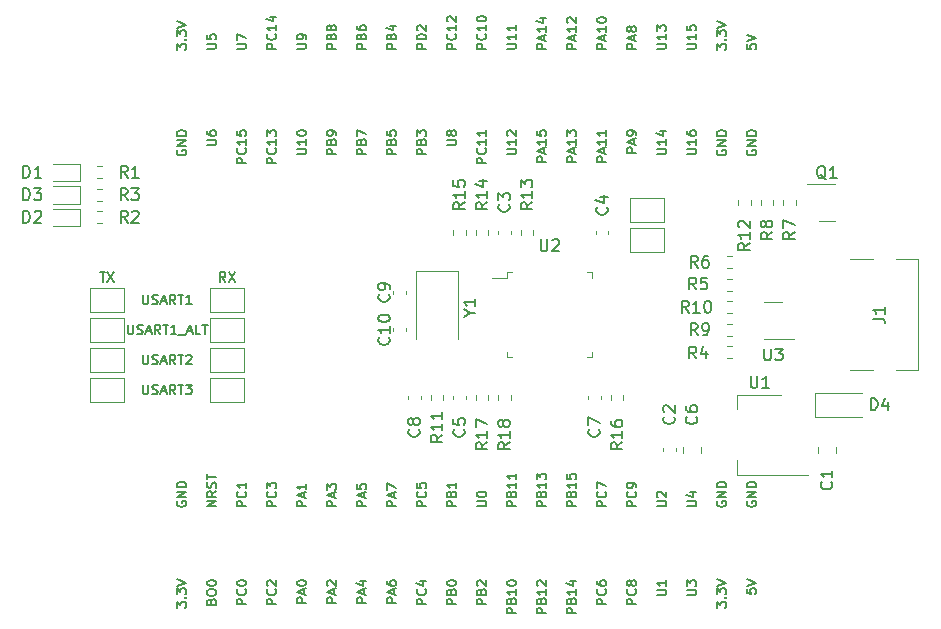
<source format=gbr>
%TF.GenerationSoftware,KiCad,Pcbnew,6.0.7+dfsg-1+b1*%
%TF.CreationDate,2022-09-12T17:00:06+08:00*%
%TF.ProjectId,prgstl,70726773-746c-42e6-9b69-6361645f7063,a*%
%TF.SameCoordinates,PX6b302f8PY7aeef28*%
%TF.FileFunction,Legend,Top*%
%TF.FilePolarity,Positive*%
%FSLAX46Y46*%
G04 Gerber Fmt 4.6, Leading zero omitted, Abs format (unit mm)*
G04 Created by KiCad (PCBNEW 6.0.7+dfsg-1+b1) date 2022-09-12 17:00:06*
%MOMM*%
%LPD*%
G01*
G04 APERTURE LIST*
%ADD10C,0.150000*%
%ADD11C,0.120000*%
G04 APERTURE END LIST*
D10*
X12566904Y29013096D02*
X12566904Y28365477D01*
X12605000Y28289286D01*
X12643095Y28251191D01*
X12719285Y28213096D01*
X12871666Y28213096D01*
X12947857Y28251191D01*
X12985952Y28289286D01*
X13024047Y28365477D01*
X13024047Y29013096D01*
X13366904Y28251191D02*
X13481190Y28213096D01*
X13671666Y28213096D01*
X13747857Y28251191D01*
X13785952Y28289286D01*
X13824047Y28365477D01*
X13824047Y28441667D01*
X13785952Y28517858D01*
X13747857Y28555953D01*
X13671666Y28594048D01*
X13519285Y28632143D01*
X13443095Y28670239D01*
X13405000Y28708334D01*
X13366904Y28784524D01*
X13366904Y28860715D01*
X13405000Y28936905D01*
X13443095Y28975000D01*
X13519285Y29013096D01*
X13709761Y29013096D01*
X13824047Y28975000D01*
X14128809Y28441667D02*
X14509761Y28441667D01*
X14052619Y28213096D02*
X14319285Y29013096D01*
X14585952Y28213096D01*
X15309761Y28213096D02*
X15043095Y28594048D01*
X14852619Y28213096D02*
X14852619Y29013096D01*
X15157380Y29013096D01*
X15233571Y28975000D01*
X15271666Y28936905D01*
X15309761Y28860715D01*
X15309761Y28746429D01*
X15271666Y28670239D01*
X15233571Y28632143D01*
X15157380Y28594048D01*
X14852619Y28594048D01*
X15538333Y29013096D02*
X15995476Y29013096D01*
X15766904Y28213096D02*
X15766904Y29013096D01*
X16681190Y28213096D02*
X16224047Y28213096D01*
X16452619Y28213096D02*
X16452619Y29013096D01*
X16376428Y28898810D01*
X16300238Y28822620D01*
X16224047Y28784524D01*
X12566904Y23933096D02*
X12566904Y23285477D01*
X12605000Y23209286D01*
X12643095Y23171191D01*
X12719285Y23133096D01*
X12871666Y23133096D01*
X12947857Y23171191D01*
X12985952Y23209286D01*
X13024047Y23285477D01*
X13024047Y23933096D01*
X13366904Y23171191D02*
X13481190Y23133096D01*
X13671666Y23133096D01*
X13747857Y23171191D01*
X13785952Y23209286D01*
X13824047Y23285477D01*
X13824047Y23361667D01*
X13785952Y23437858D01*
X13747857Y23475953D01*
X13671666Y23514048D01*
X13519285Y23552143D01*
X13443095Y23590239D01*
X13405000Y23628334D01*
X13366904Y23704524D01*
X13366904Y23780715D01*
X13405000Y23856905D01*
X13443095Y23895000D01*
X13519285Y23933096D01*
X13709761Y23933096D01*
X13824047Y23895000D01*
X14128809Y23361667D02*
X14509761Y23361667D01*
X14052619Y23133096D02*
X14319285Y23933096D01*
X14585952Y23133096D01*
X15309761Y23133096D02*
X15043095Y23514048D01*
X14852619Y23133096D02*
X14852619Y23933096D01*
X15157380Y23933096D01*
X15233571Y23895000D01*
X15271666Y23856905D01*
X15309761Y23780715D01*
X15309761Y23666429D01*
X15271666Y23590239D01*
X15233571Y23552143D01*
X15157380Y23514048D01*
X14852619Y23514048D01*
X15538333Y23933096D02*
X15995476Y23933096D01*
X15766904Y23133096D02*
X15766904Y23933096D01*
X16224047Y23856905D02*
X16262142Y23895000D01*
X16338333Y23933096D01*
X16528809Y23933096D01*
X16605000Y23895000D01*
X16643095Y23856905D01*
X16681190Y23780715D01*
X16681190Y23704524D01*
X16643095Y23590239D01*
X16185952Y23133096D01*
X16681190Y23133096D01*
X12566904Y21393096D02*
X12566904Y20745477D01*
X12605000Y20669286D01*
X12643095Y20631191D01*
X12719285Y20593096D01*
X12871666Y20593096D01*
X12947857Y20631191D01*
X12985952Y20669286D01*
X13024047Y20745477D01*
X13024047Y21393096D01*
X13366904Y20631191D02*
X13481190Y20593096D01*
X13671666Y20593096D01*
X13747857Y20631191D01*
X13785952Y20669286D01*
X13824047Y20745477D01*
X13824047Y20821667D01*
X13785952Y20897858D01*
X13747857Y20935953D01*
X13671666Y20974048D01*
X13519285Y21012143D01*
X13443095Y21050239D01*
X13405000Y21088334D01*
X13366904Y21164524D01*
X13366904Y21240715D01*
X13405000Y21316905D01*
X13443095Y21355000D01*
X13519285Y21393096D01*
X13709761Y21393096D01*
X13824047Y21355000D01*
X14128809Y20821667D02*
X14509761Y20821667D01*
X14052619Y20593096D02*
X14319285Y21393096D01*
X14585952Y20593096D01*
X15309761Y20593096D02*
X15043095Y20974048D01*
X14852619Y20593096D02*
X14852619Y21393096D01*
X15157380Y21393096D01*
X15233571Y21355000D01*
X15271666Y21316905D01*
X15309761Y21240715D01*
X15309761Y21126429D01*
X15271666Y21050239D01*
X15233571Y21012143D01*
X15157380Y20974048D01*
X14852619Y20974048D01*
X15538333Y21393096D02*
X15995476Y21393096D01*
X15766904Y20593096D02*
X15766904Y21393096D01*
X16185952Y21393096D02*
X16681190Y21393096D01*
X16414523Y21088334D01*
X16528809Y21088334D01*
X16605000Y21050239D01*
X16643095Y21012143D01*
X16681190Y20935953D01*
X16681190Y20745477D01*
X16643095Y20669286D01*
X16605000Y20631191D01*
X16528809Y20593096D01*
X16300238Y20593096D01*
X16224047Y20631191D01*
X16185952Y20669286D01*
X11290714Y26473096D02*
X11290714Y25825477D01*
X11328809Y25749286D01*
X11366904Y25711191D01*
X11443095Y25673096D01*
X11595476Y25673096D01*
X11671666Y25711191D01*
X11709761Y25749286D01*
X11747857Y25825477D01*
X11747857Y26473096D01*
X12090714Y25711191D02*
X12205000Y25673096D01*
X12395476Y25673096D01*
X12471666Y25711191D01*
X12509761Y25749286D01*
X12547857Y25825477D01*
X12547857Y25901667D01*
X12509761Y25977858D01*
X12471666Y26015953D01*
X12395476Y26054048D01*
X12243095Y26092143D01*
X12166904Y26130239D01*
X12128809Y26168334D01*
X12090714Y26244524D01*
X12090714Y26320715D01*
X12128809Y26396905D01*
X12166904Y26435000D01*
X12243095Y26473096D01*
X12433571Y26473096D01*
X12547857Y26435000D01*
X12852619Y25901667D02*
X13233571Y25901667D01*
X12776428Y25673096D02*
X13043095Y26473096D01*
X13309761Y25673096D01*
X14033571Y25673096D02*
X13766904Y26054048D01*
X13576428Y25673096D02*
X13576428Y26473096D01*
X13881190Y26473096D01*
X13957380Y26435000D01*
X13995476Y26396905D01*
X14033571Y26320715D01*
X14033571Y26206429D01*
X13995476Y26130239D01*
X13957380Y26092143D01*
X13881190Y26054048D01*
X13576428Y26054048D01*
X14262142Y26473096D02*
X14719285Y26473096D01*
X14490714Y25673096D02*
X14490714Y26473096D01*
X15405000Y25673096D02*
X14947857Y25673096D01*
X15176428Y25673096D02*
X15176428Y26473096D01*
X15100238Y26358810D01*
X15024047Y26282620D01*
X14947857Y26244524D01*
X15557380Y25596905D02*
X16166904Y25596905D01*
X16319285Y25901667D02*
X16700238Y25901667D01*
X16243095Y25673096D02*
X16509761Y26473096D01*
X16776428Y25673096D01*
X17424047Y25673096D02*
X17043095Y25673096D01*
X17043095Y26473096D01*
X17576428Y26473096D02*
X18033571Y26473096D01*
X17805000Y25673096D02*
X17805000Y26473096D01*
X19551666Y30118096D02*
X19285000Y30499048D01*
X19094523Y30118096D02*
X19094523Y30918096D01*
X19399285Y30918096D01*
X19475476Y30880000D01*
X19513571Y30841905D01*
X19551666Y30765715D01*
X19551666Y30651429D01*
X19513571Y30575239D01*
X19475476Y30537143D01*
X19399285Y30499048D01*
X19094523Y30499048D01*
X19818333Y30918096D02*
X20351666Y30118096D01*
X20351666Y30918096D02*
X19818333Y30118096D01*
X8915476Y30918096D02*
X9372619Y30918096D01*
X9144047Y30118096D02*
X9144047Y30918096D01*
X9563095Y30918096D02*
X10096428Y30118096D01*
X10096428Y30918096D02*
X9563095Y30118096D01*
%TO.C,D4*%
X74191904Y19232620D02*
X74191904Y20232620D01*
X74430000Y20232620D01*
X74572857Y20185000D01*
X74668095Y20089762D01*
X74715714Y19994524D01*
X74763333Y19804048D01*
X74763333Y19661191D01*
X74715714Y19470715D01*
X74668095Y19375477D01*
X74572857Y19280239D01*
X74430000Y19232620D01*
X74191904Y19232620D01*
X75620476Y19899286D02*
X75620476Y19232620D01*
X75382380Y20280239D02*
X75144285Y19565953D01*
X75763333Y19565953D01*
%TO.C,J1*%
X74382380Y26971667D02*
X75096666Y26971667D01*
X75239523Y26924048D01*
X75334761Y26828810D01*
X75382380Y26685953D01*
X75382380Y26590715D01*
X75382380Y27971667D02*
X75382380Y27400239D01*
X75382380Y27685953D02*
X74382380Y27685953D01*
X74525238Y27590715D01*
X74620476Y27495477D01*
X74668095Y27400239D01*
%TO.C,C3*%
X43537142Y36663334D02*
X43584761Y36615715D01*
X43632380Y36472858D01*
X43632380Y36377620D01*
X43584761Y36234762D01*
X43489523Y36139524D01*
X43394285Y36091905D01*
X43203809Y36044286D01*
X43060952Y36044286D01*
X42870476Y36091905D01*
X42775238Y36139524D01*
X42680000Y36234762D01*
X42632380Y36377620D01*
X42632380Y36472858D01*
X42680000Y36615715D01*
X42727619Y36663334D01*
X42632380Y36996667D02*
X42632380Y37615715D01*
X43013333Y37282381D01*
X43013333Y37425239D01*
X43060952Y37520477D01*
X43108571Y37568096D01*
X43203809Y37615715D01*
X43441904Y37615715D01*
X43537142Y37568096D01*
X43584761Y37520477D01*
X43632380Y37425239D01*
X43632380Y37139524D01*
X43584761Y37044286D01*
X43537142Y36996667D01*
%TO.C,C4*%
X51827142Y36418334D02*
X51874761Y36370715D01*
X51922380Y36227858D01*
X51922380Y36132620D01*
X51874761Y35989762D01*
X51779523Y35894524D01*
X51684285Y35846905D01*
X51493809Y35799286D01*
X51350952Y35799286D01*
X51160476Y35846905D01*
X51065238Y35894524D01*
X50970000Y35989762D01*
X50922380Y36132620D01*
X50922380Y36227858D01*
X50970000Y36370715D01*
X51017619Y36418334D01*
X51255714Y37275477D02*
X51922380Y37275477D01*
X50874761Y37037381D02*
X51589047Y36799286D01*
X51589047Y37418334D01*
%TO.C,C5*%
X39727142Y17613334D02*
X39774761Y17565715D01*
X39822380Y17422858D01*
X39822380Y17327620D01*
X39774761Y17184762D01*
X39679523Y17089524D01*
X39584285Y17041905D01*
X39393809Y16994286D01*
X39250952Y16994286D01*
X39060476Y17041905D01*
X38965238Y17089524D01*
X38870000Y17184762D01*
X38822380Y17327620D01*
X38822380Y17422858D01*
X38870000Y17565715D01*
X38917619Y17613334D01*
X38822380Y18518096D02*
X38822380Y18041905D01*
X39298571Y17994286D01*
X39250952Y18041905D01*
X39203333Y18137143D01*
X39203333Y18375239D01*
X39250952Y18470477D01*
X39298571Y18518096D01*
X39393809Y18565715D01*
X39631904Y18565715D01*
X39727142Y18518096D01*
X39774761Y18470477D01*
X39822380Y18375239D01*
X39822380Y18137143D01*
X39774761Y18041905D01*
X39727142Y17994286D01*
%TO.C,C7*%
X51157142Y17613334D02*
X51204761Y17565715D01*
X51252380Y17422858D01*
X51252380Y17327620D01*
X51204761Y17184762D01*
X51109523Y17089524D01*
X51014285Y17041905D01*
X50823809Y16994286D01*
X50680952Y16994286D01*
X50490476Y17041905D01*
X50395238Y17089524D01*
X50300000Y17184762D01*
X50252380Y17327620D01*
X50252380Y17422858D01*
X50300000Y17565715D01*
X50347619Y17613334D01*
X50252380Y17946667D02*
X50252380Y18613334D01*
X51252380Y18184762D01*
%TO.C,U1*%
X64008095Y22137620D02*
X64008095Y21328096D01*
X64055714Y21232858D01*
X64103333Y21185239D01*
X64198571Y21137620D01*
X64389047Y21137620D01*
X64484285Y21185239D01*
X64531904Y21232858D01*
X64579523Y21328096D01*
X64579523Y22137620D01*
X65579523Y21137620D02*
X65008095Y21137620D01*
X65293809Y21137620D02*
X65293809Y22137620D01*
X65198571Y21994762D01*
X65103333Y21899524D01*
X65008095Y21851905D01*
%TO.C,C1*%
X70842142Y13168334D02*
X70889761Y13120715D01*
X70937380Y12977858D01*
X70937380Y12882620D01*
X70889761Y12739762D01*
X70794523Y12644524D01*
X70699285Y12596905D01*
X70508809Y12549286D01*
X70365952Y12549286D01*
X70175476Y12596905D01*
X70080238Y12644524D01*
X69985000Y12739762D01*
X69937380Y12882620D01*
X69937380Y12977858D01*
X69985000Y13120715D01*
X70032619Y13168334D01*
X70937380Y14120715D02*
X70937380Y13549286D01*
X70937380Y13835000D02*
X69937380Y13835000D01*
X70080238Y13739762D01*
X70175476Y13644524D01*
X70223095Y13549286D01*
%TO.C,D1*%
X2436904Y38917620D02*
X2436904Y39917620D01*
X2675000Y39917620D01*
X2817857Y39870000D01*
X2913095Y39774762D01*
X2960714Y39679524D01*
X3008333Y39489048D01*
X3008333Y39346191D01*
X2960714Y39155715D01*
X2913095Y39060477D01*
X2817857Y38965239D01*
X2675000Y38917620D01*
X2436904Y38917620D01*
X3960714Y38917620D02*
X3389285Y38917620D01*
X3675000Y38917620D02*
X3675000Y39917620D01*
X3579761Y39774762D01*
X3484523Y39679524D01*
X3389285Y39631905D01*
%TO.C,R1*%
X11263333Y38917620D02*
X10930000Y39393810D01*
X10691904Y38917620D02*
X10691904Y39917620D01*
X11072857Y39917620D01*
X11168095Y39870000D01*
X11215714Y39822381D01*
X11263333Y39727143D01*
X11263333Y39584286D01*
X11215714Y39489048D01*
X11168095Y39441429D01*
X11072857Y39393810D01*
X10691904Y39393810D01*
X12215714Y38917620D02*
X11644285Y38917620D01*
X11930000Y38917620D02*
X11930000Y39917620D01*
X11834761Y39774762D01*
X11739523Y39679524D01*
X11644285Y39631905D01*
%TO.C,C9*%
X33377142Y29043334D02*
X33424761Y28995715D01*
X33472380Y28852858D01*
X33472380Y28757620D01*
X33424761Y28614762D01*
X33329523Y28519524D01*
X33234285Y28471905D01*
X33043809Y28424286D01*
X32900952Y28424286D01*
X32710476Y28471905D01*
X32615238Y28519524D01*
X32520000Y28614762D01*
X32472380Y28757620D01*
X32472380Y28852858D01*
X32520000Y28995715D01*
X32567619Y29043334D01*
X33472380Y29519524D02*
X33472380Y29710000D01*
X33424761Y29805239D01*
X33377142Y29852858D01*
X33234285Y29948096D01*
X33043809Y29995715D01*
X32662857Y29995715D01*
X32567619Y29948096D01*
X32520000Y29900477D01*
X32472380Y29805239D01*
X32472380Y29614762D01*
X32520000Y29519524D01*
X32567619Y29471905D01*
X32662857Y29424286D01*
X32900952Y29424286D01*
X32996190Y29471905D01*
X33043809Y29519524D01*
X33091428Y29614762D01*
X33091428Y29805239D01*
X33043809Y29900477D01*
X32996190Y29948096D01*
X32900952Y29995715D01*
%TO.C,C10*%
X33377142Y25392143D02*
X33424761Y25344524D01*
X33472380Y25201667D01*
X33472380Y25106429D01*
X33424761Y24963572D01*
X33329523Y24868334D01*
X33234285Y24820715D01*
X33043809Y24773096D01*
X32900952Y24773096D01*
X32710476Y24820715D01*
X32615238Y24868334D01*
X32520000Y24963572D01*
X32472380Y25106429D01*
X32472380Y25201667D01*
X32520000Y25344524D01*
X32567619Y25392143D01*
X33472380Y26344524D02*
X33472380Y25773096D01*
X33472380Y26058810D02*
X32472380Y26058810D01*
X32615238Y25963572D01*
X32710476Y25868334D01*
X32758095Y25773096D01*
X32472380Y26963572D02*
X32472380Y27058810D01*
X32520000Y27154048D01*
X32567619Y27201667D01*
X32662857Y27249286D01*
X32853333Y27296905D01*
X33091428Y27296905D01*
X33281904Y27249286D01*
X33377142Y27201667D01*
X33424761Y27154048D01*
X33472380Y27058810D01*
X33472380Y26963572D01*
X33424761Y26868334D01*
X33377142Y26820715D01*
X33281904Y26773096D01*
X33091428Y26725477D01*
X32853333Y26725477D01*
X32662857Y26773096D01*
X32567619Y26820715D01*
X32520000Y26868334D01*
X32472380Y26963572D01*
%TO.C,J2*%
X63735000Y11502024D02*
X63696904Y11425834D01*
X63696904Y11311548D01*
X63735000Y11197262D01*
X63811190Y11121072D01*
X63887380Y11082977D01*
X64039761Y11044881D01*
X64154047Y11044881D01*
X64306428Y11082977D01*
X64382619Y11121072D01*
X64458809Y11197262D01*
X64496904Y11311548D01*
X64496904Y11387739D01*
X64458809Y11502024D01*
X64420714Y11540120D01*
X64154047Y11540120D01*
X64154047Y11387739D01*
X64496904Y11882977D02*
X63696904Y11882977D01*
X64496904Y12340120D01*
X63696904Y12340120D01*
X64496904Y12721072D02*
X63696904Y12721072D01*
X63696904Y12911548D01*
X63735000Y13025834D01*
X63811190Y13102024D01*
X63887380Y13140120D01*
X64039761Y13178215D01*
X64154047Y13178215D01*
X64306428Y13140120D01*
X64382619Y13102024D01*
X64458809Y13025834D01*
X64496904Y12911548D01*
X64496904Y12721072D01*
X23856904Y49817977D02*
X23056904Y49817977D01*
X23056904Y50122739D01*
X23095000Y50198929D01*
X23133095Y50237024D01*
X23209285Y50275120D01*
X23323571Y50275120D01*
X23399761Y50237024D01*
X23437857Y50198929D01*
X23475952Y50122739D01*
X23475952Y49817977D01*
X23780714Y51075120D02*
X23818809Y51037024D01*
X23856904Y50922739D01*
X23856904Y50846548D01*
X23818809Y50732262D01*
X23742619Y50656072D01*
X23666428Y50617977D01*
X23514047Y50579881D01*
X23399761Y50579881D01*
X23247380Y50617977D01*
X23171190Y50656072D01*
X23095000Y50732262D01*
X23056904Y50846548D01*
X23056904Y50922739D01*
X23095000Y51037024D01*
X23133095Y51075120D01*
X23856904Y51837024D02*
X23856904Y51379881D01*
X23856904Y51608453D02*
X23056904Y51608453D01*
X23171190Y51532262D01*
X23247380Y51456072D01*
X23285476Y51379881D01*
X23323571Y52522739D02*
X23856904Y52522739D01*
X23018809Y52332262D02*
X23590238Y52141786D01*
X23590238Y52637024D01*
X51796904Y40263453D02*
X50996904Y40263453D01*
X50996904Y40568215D01*
X51035000Y40644405D01*
X51073095Y40682500D01*
X51149285Y40720596D01*
X51263571Y40720596D01*
X51339761Y40682500D01*
X51377857Y40644405D01*
X51415952Y40568215D01*
X51415952Y40263453D01*
X51568333Y41025358D02*
X51568333Y41406310D01*
X51796904Y40949167D02*
X50996904Y41215834D01*
X51796904Y41482500D01*
X51796904Y42168215D02*
X51796904Y41711072D01*
X51796904Y41939643D02*
X50996904Y41939643D01*
X51111190Y41863453D01*
X51187380Y41787262D01*
X51225476Y41711072D01*
X51796904Y42930120D02*
X51796904Y42472977D01*
X51796904Y42701548D02*
X50996904Y42701548D01*
X51111190Y42625358D01*
X51187380Y42549167D01*
X51225476Y42472977D01*
X51796904Y2811072D02*
X50996904Y2811072D01*
X50996904Y3115834D01*
X51035000Y3192024D01*
X51073095Y3230120D01*
X51149285Y3268215D01*
X51263571Y3268215D01*
X51339761Y3230120D01*
X51377857Y3192024D01*
X51415952Y3115834D01*
X51415952Y2811072D01*
X51720714Y4068215D02*
X51758809Y4030120D01*
X51796904Y3915834D01*
X51796904Y3839643D01*
X51758809Y3725358D01*
X51682619Y3649167D01*
X51606428Y3611072D01*
X51454047Y3572977D01*
X51339761Y3572977D01*
X51187380Y3611072D01*
X51111190Y3649167D01*
X51035000Y3725358D01*
X50996904Y3839643D01*
X50996904Y3915834D01*
X51035000Y4030120D01*
X51073095Y4068215D01*
X50996904Y4753929D02*
X50996904Y4601548D01*
X51035000Y4525358D01*
X51073095Y4487262D01*
X51187380Y4411072D01*
X51339761Y4372977D01*
X51644523Y4372977D01*
X51720714Y4411072D01*
X51758809Y4449167D01*
X51796904Y4525358D01*
X51796904Y4677739D01*
X51758809Y4753929D01*
X51720714Y4792024D01*
X51644523Y4830120D01*
X51454047Y4830120D01*
X51377857Y4792024D01*
X51339761Y4753929D01*
X51301666Y4677739D01*
X51301666Y4525358D01*
X51339761Y4449167D01*
X51377857Y4411072D01*
X51454047Y4372977D01*
X15436904Y49741786D02*
X15436904Y50237024D01*
X15741666Y49970358D01*
X15741666Y50084643D01*
X15779761Y50160834D01*
X15817857Y50198929D01*
X15894047Y50237024D01*
X16084523Y50237024D01*
X16160714Y50198929D01*
X16198809Y50160834D01*
X16236904Y50084643D01*
X16236904Y49856072D01*
X16198809Y49779881D01*
X16160714Y49741786D01*
X16160714Y50579881D02*
X16198809Y50617977D01*
X16236904Y50579881D01*
X16198809Y50541786D01*
X16160714Y50579881D01*
X16236904Y50579881D01*
X15436904Y50884643D02*
X15436904Y51379881D01*
X15741666Y51113215D01*
X15741666Y51227500D01*
X15779761Y51303691D01*
X15817857Y51341786D01*
X15894047Y51379881D01*
X16084523Y51379881D01*
X16160714Y51341786D01*
X16198809Y51303691D01*
X16236904Y51227500D01*
X16236904Y50998929D01*
X16198809Y50922739D01*
X16160714Y50884643D01*
X15436904Y51608453D02*
X16236904Y51875120D01*
X15436904Y52141786D01*
X58616904Y11082977D02*
X59264523Y11082977D01*
X59340714Y11121072D01*
X59378809Y11159167D01*
X59416904Y11235358D01*
X59416904Y11387739D01*
X59378809Y11463929D01*
X59340714Y11502024D01*
X59264523Y11540120D01*
X58616904Y11540120D01*
X58883571Y12263929D02*
X59416904Y12263929D01*
X58578809Y12073453D02*
X59150238Y11882977D01*
X59150238Y12378215D01*
X26396904Y2925358D02*
X25596904Y2925358D01*
X25596904Y3230120D01*
X25635000Y3306310D01*
X25673095Y3344405D01*
X25749285Y3382500D01*
X25863571Y3382500D01*
X25939761Y3344405D01*
X25977857Y3306310D01*
X26015952Y3230120D01*
X26015952Y2925358D01*
X26168333Y3687262D02*
X26168333Y4068215D01*
X26396904Y3611072D02*
X25596904Y3877739D01*
X26396904Y4144405D01*
X25596904Y4563453D02*
X25596904Y4639643D01*
X25635000Y4715834D01*
X25673095Y4753929D01*
X25749285Y4792024D01*
X25901666Y4830120D01*
X26092142Y4830120D01*
X26244523Y4792024D01*
X26320714Y4753929D01*
X26358809Y4715834D01*
X26396904Y4639643D01*
X26396904Y4563453D01*
X26358809Y4487262D01*
X26320714Y4449167D01*
X26244523Y4411072D01*
X26092142Y4372977D01*
X25901666Y4372977D01*
X25749285Y4411072D01*
X25673095Y4449167D01*
X25635000Y4487262D01*
X25596904Y4563453D01*
X36556904Y11082977D02*
X35756904Y11082977D01*
X35756904Y11387739D01*
X35795000Y11463929D01*
X35833095Y11502024D01*
X35909285Y11540120D01*
X36023571Y11540120D01*
X36099761Y11502024D01*
X36137857Y11463929D01*
X36175952Y11387739D01*
X36175952Y11082977D01*
X36480714Y12340120D02*
X36518809Y12302024D01*
X36556904Y12187739D01*
X36556904Y12111548D01*
X36518809Y11997262D01*
X36442619Y11921072D01*
X36366428Y11882977D01*
X36214047Y11844881D01*
X36099761Y11844881D01*
X35947380Y11882977D01*
X35871190Y11921072D01*
X35795000Y11997262D01*
X35756904Y12111548D01*
X35756904Y12187739D01*
X35795000Y12302024D01*
X35833095Y12340120D01*
X35756904Y13063929D02*
X35756904Y12682977D01*
X36137857Y12644881D01*
X36099761Y12682977D01*
X36061666Y12759167D01*
X36061666Y12949643D01*
X36099761Y13025834D01*
X36137857Y13063929D01*
X36214047Y13102024D01*
X36404523Y13102024D01*
X36480714Y13063929D01*
X36518809Y13025834D01*
X36556904Y12949643D01*
X36556904Y12759167D01*
X36518809Y12682977D01*
X36480714Y12644881D01*
X44176904Y11082977D02*
X43376904Y11082977D01*
X43376904Y11387739D01*
X43415000Y11463929D01*
X43453095Y11502024D01*
X43529285Y11540120D01*
X43643571Y11540120D01*
X43719761Y11502024D01*
X43757857Y11463929D01*
X43795952Y11387739D01*
X43795952Y11082977D01*
X43757857Y12149643D02*
X43795952Y12263929D01*
X43834047Y12302024D01*
X43910238Y12340120D01*
X44024523Y12340120D01*
X44100714Y12302024D01*
X44138809Y12263929D01*
X44176904Y12187739D01*
X44176904Y11882977D01*
X43376904Y11882977D01*
X43376904Y12149643D01*
X43415000Y12225834D01*
X43453095Y12263929D01*
X43529285Y12302024D01*
X43605476Y12302024D01*
X43681666Y12263929D01*
X43719761Y12225834D01*
X43757857Y12149643D01*
X43757857Y11882977D01*
X44176904Y13102024D02*
X44176904Y12644881D01*
X44176904Y12873453D02*
X43376904Y12873453D01*
X43491190Y12797262D01*
X43567380Y12721072D01*
X43605476Y12644881D01*
X44176904Y13863929D02*
X44176904Y13406786D01*
X44176904Y13635358D02*
X43376904Y13635358D01*
X43491190Y13559167D01*
X43567380Y13482977D01*
X43605476Y13406786D01*
X51796904Y11082977D02*
X50996904Y11082977D01*
X50996904Y11387739D01*
X51035000Y11463929D01*
X51073095Y11502024D01*
X51149285Y11540120D01*
X51263571Y11540120D01*
X51339761Y11502024D01*
X51377857Y11463929D01*
X51415952Y11387739D01*
X51415952Y11082977D01*
X51720714Y12340120D02*
X51758809Y12302024D01*
X51796904Y12187739D01*
X51796904Y12111548D01*
X51758809Y11997262D01*
X51682619Y11921072D01*
X51606428Y11882977D01*
X51454047Y11844881D01*
X51339761Y11844881D01*
X51187380Y11882977D01*
X51111190Y11921072D01*
X51035000Y11997262D01*
X50996904Y12111548D01*
X50996904Y12187739D01*
X51035000Y12302024D01*
X51073095Y12340120D01*
X50996904Y12606786D02*
X50996904Y13140120D01*
X51796904Y12797262D01*
X56076904Y3572977D02*
X56724523Y3572977D01*
X56800714Y3611072D01*
X56838809Y3649167D01*
X56876904Y3725358D01*
X56876904Y3877739D01*
X56838809Y3953929D01*
X56800714Y3992024D01*
X56724523Y4030120D01*
X56076904Y4030120D01*
X56876904Y4830120D02*
X56876904Y4372977D01*
X56876904Y4601548D02*
X56076904Y4601548D01*
X56191190Y4525358D01*
X56267380Y4449167D01*
X56305476Y4372977D01*
X36556904Y2811072D02*
X35756904Y2811072D01*
X35756904Y3115834D01*
X35795000Y3192024D01*
X35833095Y3230120D01*
X35909285Y3268215D01*
X36023571Y3268215D01*
X36099761Y3230120D01*
X36137857Y3192024D01*
X36175952Y3115834D01*
X36175952Y2811072D01*
X36480714Y4068215D02*
X36518809Y4030120D01*
X36556904Y3915834D01*
X36556904Y3839643D01*
X36518809Y3725358D01*
X36442619Y3649167D01*
X36366428Y3611072D01*
X36214047Y3572977D01*
X36099761Y3572977D01*
X35947380Y3611072D01*
X35871190Y3649167D01*
X35795000Y3725358D01*
X35756904Y3839643D01*
X35756904Y3915834D01*
X35795000Y4030120D01*
X35833095Y4068215D01*
X36023571Y4753929D02*
X36556904Y4753929D01*
X35718809Y4563453D02*
X36290238Y4372977D01*
X36290238Y4868215D01*
X43376904Y40911072D02*
X44024523Y40911072D01*
X44100714Y40949167D01*
X44138809Y40987262D01*
X44176904Y41063453D01*
X44176904Y41215834D01*
X44138809Y41292024D01*
X44100714Y41330120D01*
X44024523Y41368215D01*
X43376904Y41368215D01*
X44176904Y42168215D02*
X44176904Y41711072D01*
X44176904Y41939643D02*
X43376904Y41939643D01*
X43491190Y41863453D01*
X43567380Y41787262D01*
X43605476Y41711072D01*
X43453095Y42472977D02*
X43415000Y42511072D01*
X43376904Y42587262D01*
X43376904Y42777739D01*
X43415000Y42853929D01*
X43453095Y42892024D01*
X43529285Y42930120D01*
X43605476Y42930120D01*
X43719761Y42892024D01*
X44176904Y42434881D01*
X44176904Y42930120D01*
X28936904Y40911072D02*
X28136904Y40911072D01*
X28136904Y41215834D01*
X28175000Y41292024D01*
X28213095Y41330120D01*
X28289285Y41368215D01*
X28403571Y41368215D01*
X28479761Y41330120D01*
X28517857Y41292024D01*
X28555952Y41215834D01*
X28555952Y40911072D01*
X28517857Y41977739D02*
X28555952Y42092024D01*
X28594047Y42130120D01*
X28670238Y42168215D01*
X28784523Y42168215D01*
X28860714Y42130120D01*
X28898809Y42092024D01*
X28936904Y42015834D01*
X28936904Y41711072D01*
X28136904Y41711072D01*
X28136904Y41977739D01*
X28175000Y42053929D01*
X28213095Y42092024D01*
X28289285Y42130120D01*
X28365476Y42130120D01*
X28441666Y42092024D01*
X28479761Y42053929D01*
X28517857Y41977739D01*
X28517857Y41711072D01*
X28936904Y42549167D02*
X28936904Y42701548D01*
X28898809Y42777739D01*
X28860714Y42815834D01*
X28746428Y42892024D01*
X28594047Y42930120D01*
X28289285Y42930120D01*
X28213095Y42892024D01*
X28175000Y42853929D01*
X28136904Y42777739D01*
X28136904Y42625358D01*
X28175000Y42549167D01*
X28213095Y42511072D01*
X28289285Y42472977D01*
X28479761Y42472977D01*
X28555952Y42511072D01*
X28594047Y42549167D01*
X28632142Y42625358D01*
X28632142Y42777739D01*
X28594047Y42853929D01*
X28555952Y42892024D01*
X28479761Y42930120D01*
X20516904Y49817977D02*
X21164523Y49817977D01*
X21240714Y49856072D01*
X21278809Y49894167D01*
X21316904Y49970358D01*
X21316904Y50122739D01*
X21278809Y50198929D01*
X21240714Y50237024D01*
X21164523Y50275120D01*
X20516904Y50275120D01*
X20516904Y50579881D02*
X20516904Y51113215D01*
X21316904Y50770358D01*
X31476904Y49817977D02*
X30676904Y49817977D01*
X30676904Y50122739D01*
X30715000Y50198929D01*
X30753095Y50237024D01*
X30829285Y50275120D01*
X30943571Y50275120D01*
X31019761Y50237024D01*
X31057857Y50198929D01*
X31095952Y50122739D01*
X31095952Y49817977D01*
X31057857Y50884643D02*
X31095952Y50998929D01*
X31134047Y51037024D01*
X31210238Y51075120D01*
X31324523Y51075120D01*
X31400714Y51037024D01*
X31438809Y50998929D01*
X31476904Y50922739D01*
X31476904Y50617977D01*
X30676904Y50617977D01*
X30676904Y50884643D01*
X30715000Y50960834D01*
X30753095Y50998929D01*
X30829285Y51037024D01*
X30905476Y51037024D01*
X30981666Y50998929D01*
X31019761Y50960834D01*
X31057857Y50884643D01*
X31057857Y50617977D01*
X30676904Y51760834D02*
X30676904Y51608453D01*
X30715000Y51532262D01*
X30753095Y51494167D01*
X30867380Y51417977D01*
X31019761Y51379881D01*
X31324523Y51379881D01*
X31400714Y51417977D01*
X31438809Y51456072D01*
X31476904Y51532262D01*
X31476904Y51684643D01*
X31438809Y51760834D01*
X31400714Y51798929D01*
X31324523Y51837024D01*
X31134047Y51837024D01*
X31057857Y51798929D01*
X31019761Y51760834D01*
X30981666Y51684643D01*
X30981666Y51532262D01*
X31019761Y51456072D01*
X31057857Y51417977D01*
X31134047Y51379881D01*
X46716904Y40263453D02*
X45916904Y40263453D01*
X45916904Y40568215D01*
X45955000Y40644405D01*
X45993095Y40682500D01*
X46069285Y40720596D01*
X46183571Y40720596D01*
X46259761Y40682500D01*
X46297857Y40644405D01*
X46335952Y40568215D01*
X46335952Y40263453D01*
X46488333Y41025358D02*
X46488333Y41406310D01*
X46716904Y40949167D02*
X45916904Y41215834D01*
X46716904Y41482500D01*
X46716904Y42168215D02*
X46716904Y41711072D01*
X46716904Y41939643D02*
X45916904Y41939643D01*
X46031190Y41863453D01*
X46107380Y41787262D01*
X46145476Y41711072D01*
X45916904Y42892024D02*
X45916904Y42511072D01*
X46297857Y42472977D01*
X46259761Y42511072D01*
X46221666Y42587262D01*
X46221666Y42777739D01*
X46259761Y42853929D01*
X46297857Y42892024D01*
X46374047Y42930120D01*
X46564523Y42930120D01*
X46640714Y42892024D01*
X46678809Y42853929D01*
X46716904Y42777739D01*
X46716904Y42587262D01*
X46678809Y42511072D01*
X46640714Y42472977D01*
X36556904Y49817977D02*
X35756904Y49817977D01*
X35756904Y50122739D01*
X35795000Y50198929D01*
X35833095Y50237024D01*
X35909285Y50275120D01*
X36023571Y50275120D01*
X36099761Y50237024D01*
X36137857Y50198929D01*
X36175952Y50122739D01*
X36175952Y49817977D01*
X36556904Y50617977D02*
X35756904Y50617977D01*
X35756904Y50808453D01*
X35795000Y50922739D01*
X35871190Y50998929D01*
X35947380Y51037024D01*
X36099761Y51075120D01*
X36214047Y51075120D01*
X36366428Y51037024D01*
X36442619Y50998929D01*
X36518809Y50922739D01*
X36556904Y50808453D01*
X36556904Y50617977D01*
X35833095Y51379881D02*
X35795000Y51417977D01*
X35756904Y51494167D01*
X35756904Y51684643D01*
X35795000Y51760834D01*
X35833095Y51798929D01*
X35909285Y51837024D01*
X35985476Y51837024D01*
X36099761Y51798929D01*
X36556904Y51341786D01*
X36556904Y51837024D01*
X44176904Y2049167D02*
X43376904Y2049167D01*
X43376904Y2353929D01*
X43415000Y2430120D01*
X43453095Y2468215D01*
X43529285Y2506310D01*
X43643571Y2506310D01*
X43719761Y2468215D01*
X43757857Y2430120D01*
X43795952Y2353929D01*
X43795952Y2049167D01*
X43757857Y3115834D02*
X43795952Y3230120D01*
X43834047Y3268215D01*
X43910238Y3306310D01*
X44024523Y3306310D01*
X44100714Y3268215D01*
X44138809Y3230120D01*
X44176904Y3153929D01*
X44176904Y2849167D01*
X43376904Y2849167D01*
X43376904Y3115834D01*
X43415000Y3192024D01*
X43453095Y3230120D01*
X43529285Y3268215D01*
X43605476Y3268215D01*
X43681666Y3230120D01*
X43719761Y3192024D01*
X43757857Y3115834D01*
X43757857Y2849167D01*
X44176904Y4068215D02*
X44176904Y3611072D01*
X44176904Y3839643D02*
X43376904Y3839643D01*
X43491190Y3763453D01*
X43567380Y3687262D01*
X43605476Y3611072D01*
X43376904Y4563453D02*
X43376904Y4639643D01*
X43415000Y4715834D01*
X43453095Y4753929D01*
X43529285Y4792024D01*
X43681666Y4830120D01*
X43872142Y4830120D01*
X44024523Y4792024D01*
X44100714Y4753929D01*
X44138809Y4715834D01*
X44176904Y4639643D01*
X44176904Y4563453D01*
X44138809Y4487262D01*
X44100714Y4449167D01*
X44024523Y4411072D01*
X43872142Y4372977D01*
X43681666Y4372977D01*
X43529285Y4411072D01*
X43453095Y4449167D01*
X43415000Y4487262D01*
X43376904Y4563453D01*
X61195000Y41253929D02*
X61156904Y41177739D01*
X61156904Y41063453D01*
X61195000Y40949167D01*
X61271190Y40872977D01*
X61347380Y40834881D01*
X61499761Y40796786D01*
X61614047Y40796786D01*
X61766428Y40834881D01*
X61842619Y40872977D01*
X61918809Y40949167D01*
X61956904Y41063453D01*
X61956904Y41139643D01*
X61918809Y41253929D01*
X61880714Y41292024D01*
X61614047Y41292024D01*
X61614047Y41139643D01*
X61956904Y41634881D02*
X61156904Y41634881D01*
X61956904Y42092024D01*
X61156904Y42092024D01*
X61956904Y42472977D02*
X61156904Y42472977D01*
X61156904Y42663453D01*
X61195000Y42777739D01*
X61271190Y42853929D01*
X61347380Y42892024D01*
X61499761Y42930120D01*
X61614047Y42930120D01*
X61766428Y42892024D01*
X61842619Y42853929D01*
X61918809Y42777739D01*
X61956904Y42663453D01*
X61956904Y42472977D01*
X54336904Y49817977D02*
X53536904Y49817977D01*
X53536904Y50122739D01*
X53575000Y50198929D01*
X53613095Y50237024D01*
X53689285Y50275120D01*
X53803571Y50275120D01*
X53879761Y50237024D01*
X53917857Y50198929D01*
X53955952Y50122739D01*
X53955952Y49817977D01*
X54108333Y50579881D02*
X54108333Y50960834D01*
X54336904Y50503691D02*
X53536904Y50770358D01*
X54336904Y51037024D01*
X53879761Y51417977D02*
X53841666Y51341786D01*
X53803571Y51303691D01*
X53727380Y51265596D01*
X53689285Y51265596D01*
X53613095Y51303691D01*
X53575000Y51341786D01*
X53536904Y51417977D01*
X53536904Y51570358D01*
X53575000Y51646548D01*
X53613095Y51684643D01*
X53689285Y51722739D01*
X53727380Y51722739D01*
X53803571Y51684643D01*
X53841666Y51646548D01*
X53879761Y51570358D01*
X53879761Y51417977D01*
X53917857Y51341786D01*
X53955952Y51303691D01*
X54032142Y51265596D01*
X54184523Y51265596D01*
X54260714Y51303691D01*
X54298809Y51341786D01*
X54336904Y51417977D01*
X54336904Y51570358D01*
X54298809Y51646548D01*
X54260714Y51684643D01*
X54184523Y51722739D01*
X54032142Y51722739D01*
X53955952Y51684643D01*
X53917857Y51646548D01*
X53879761Y51570358D01*
X28936904Y2925358D02*
X28136904Y2925358D01*
X28136904Y3230120D01*
X28175000Y3306310D01*
X28213095Y3344405D01*
X28289285Y3382500D01*
X28403571Y3382500D01*
X28479761Y3344405D01*
X28517857Y3306310D01*
X28555952Y3230120D01*
X28555952Y2925358D01*
X28708333Y3687262D02*
X28708333Y4068215D01*
X28936904Y3611072D02*
X28136904Y3877739D01*
X28936904Y4144405D01*
X28213095Y4372977D02*
X28175000Y4411072D01*
X28136904Y4487262D01*
X28136904Y4677739D01*
X28175000Y4753929D01*
X28213095Y4792024D01*
X28289285Y4830120D01*
X28365476Y4830120D01*
X28479761Y4792024D01*
X28936904Y4334881D01*
X28936904Y4830120D01*
X23856904Y11082977D02*
X23056904Y11082977D01*
X23056904Y11387739D01*
X23095000Y11463929D01*
X23133095Y11502024D01*
X23209285Y11540120D01*
X23323571Y11540120D01*
X23399761Y11502024D01*
X23437857Y11463929D01*
X23475952Y11387739D01*
X23475952Y11082977D01*
X23780714Y12340120D02*
X23818809Y12302024D01*
X23856904Y12187739D01*
X23856904Y12111548D01*
X23818809Y11997262D01*
X23742619Y11921072D01*
X23666428Y11882977D01*
X23514047Y11844881D01*
X23399761Y11844881D01*
X23247380Y11882977D01*
X23171190Y11921072D01*
X23095000Y11997262D01*
X23056904Y12111548D01*
X23056904Y12187739D01*
X23095000Y12302024D01*
X23133095Y12340120D01*
X23056904Y12606786D02*
X23056904Y13102024D01*
X23361666Y12835358D01*
X23361666Y12949643D01*
X23399761Y13025834D01*
X23437857Y13063929D01*
X23514047Y13102024D01*
X23704523Y13102024D01*
X23780714Y13063929D01*
X23818809Y13025834D01*
X23856904Y12949643D01*
X23856904Y12721072D01*
X23818809Y12644881D01*
X23780714Y12606786D01*
X46716904Y2049167D02*
X45916904Y2049167D01*
X45916904Y2353929D01*
X45955000Y2430120D01*
X45993095Y2468215D01*
X46069285Y2506310D01*
X46183571Y2506310D01*
X46259761Y2468215D01*
X46297857Y2430120D01*
X46335952Y2353929D01*
X46335952Y2049167D01*
X46297857Y3115834D02*
X46335952Y3230120D01*
X46374047Y3268215D01*
X46450238Y3306310D01*
X46564523Y3306310D01*
X46640714Y3268215D01*
X46678809Y3230120D01*
X46716904Y3153929D01*
X46716904Y2849167D01*
X45916904Y2849167D01*
X45916904Y3115834D01*
X45955000Y3192024D01*
X45993095Y3230120D01*
X46069285Y3268215D01*
X46145476Y3268215D01*
X46221666Y3230120D01*
X46259761Y3192024D01*
X46297857Y3115834D01*
X46297857Y2849167D01*
X46716904Y4068215D02*
X46716904Y3611072D01*
X46716904Y3839643D02*
X45916904Y3839643D01*
X46031190Y3763453D01*
X46107380Y3687262D01*
X46145476Y3611072D01*
X45993095Y4372977D02*
X45955000Y4411072D01*
X45916904Y4487262D01*
X45916904Y4677739D01*
X45955000Y4753929D01*
X45993095Y4792024D01*
X46069285Y4830120D01*
X46145476Y4830120D01*
X46259761Y4792024D01*
X46716904Y4334881D01*
X46716904Y4830120D01*
X38296904Y41672977D02*
X38944523Y41672977D01*
X39020714Y41711072D01*
X39058809Y41749167D01*
X39096904Y41825358D01*
X39096904Y41977739D01*
X39058809Y42053929D01*
X39020714Y42092024D01*
X38944523Y42130120D01*
X38296904Y42130120D01*
X38639761Y42625358D02*
X38601666Y42549167D01*
X38563571Y42511072D01*
X38487380Y42472977D01*
X38449285Y42472977D01*
X38373095Y42511072D01*
X38335000Y42549167D01*
X38296904Y42625358D01*
X38296904Y42777739D01*
X38335000Y42853929D01*
X38373095Y42892024D01*
X38449285Y42930120D01*
X38487380Y42930120D01*
X38563571Y42892024D01*
X38601666Y42853929D01*
X38639761Y42777739D01*
X38639761Y42625358D01*
X38677857Y42549167D01*
X38715952Y42511072D01*
X38792142Y42472977D01*
X38944523Y42472977D01*
X39020714Y42511072D01*
X39058809Y42549167D01*
X39096904Y42625358D01*
X39096904Y42777739D01*
X39058809Y42853929D01*
X39020714Y42892024D01*
X38944523Y42930120D01*
X38792142Y42930120D01*
X38715952Y42892024D01*
X38677857Y42853929D01*
X38639761Y42777739D01*
X49256904Y11082977D02*
X48456904Y11082977D01*
X48456904Y11387739D01*
X48495000Y11463929D01*
X48533095Y11502024D01*
X48609285Y11540120D01*
X48723571Y11540120D01*
X48799761Y11502024D01*
X48837857Y11463929D01*
X48875952Y11387739D01*
X48875952Y11082977D01*
X48837857Y12149643D02*
X48875952Y12263929D01*
X48914047Y12302024D01*
X48990238Y12340120D01*
X49104523Y12340120D01*
X49180714Y12302024D01*
X49218809Y12263929D01*
X49256904Y12187739D01*
X49256904Y11882977D01*
X48456904Y11882977D01*
X48456904Y12149643D01*
X48495000Y12225834D01*
X48533095Y12263929D01*
X48609285Y12302024D01*
X48685476Y12302024D01*
X48761666Y12263929D01*
X48799761Y12225834D01*
X48837857Y12149643D01*
X48837857Y11882977D01*
X49256904Y13102024D02*
X49256904Y12644881D01*
X49256904Y12873453D02*
X48456904Y12873453D01*
X48571190Y12797262D01*
X48647380Y12721072D01*
X48685476Y12644881D01*
X48456904Y13825834D02*
X48456904Y13444881D01*
X48837857Y13406786D01*
X48799761Y13444881D01*
X48761666Y13521072D01*
X48761666Y13711548D01*
X48799761Y13787739D01*
X48837857Y13825834D01*
X48914047Y13863929D01*
X49104523Y13863929D01*
X49180714Y13825834D01*
X49218809Y13787739D01*
X49256904Y13711548D01*
X49256904Y13521072D01*
X49218809Y13444881D01*
X49180714Y13406786D01*
X40836904Y11082977D02*
X41484523Y11082977D01*
X41560714Y11121072D01*
X41598809Y11159167D01*
X41636904Y11235358D01*
X41636904Y11387739D01*
X41598809Y11463929D01*
X41560714Y11502024D01*
X41484523Y11540120D01*
X40836904Y11540120D01*
X40836904Y12073453D02*
X40836904Y12149643D01*
X40875000Y12225834D01*
X40913095Y12263929D01*
X40989285Y12302024D01*
X41141666Y12340120D01*
X41332142Y12340120D01*
X41484523Y12302024D01*
X41560714Y12263929D01*
X41598809Y12225834D01*
X41636904Y12149643D01*
X41636904Y12073453D01*
X41598809Y11997262D01*
X41560714Y11959167D01*
X41484523Y11921072D01*
X41332142Y11882977D01*
X41141666Y11882977D01*
X40989285Y11921072D01*
X40913095Y11959167D01*
X40875000Y11997262D01*
X40836904Y12073453D01*
X61156904Y2506310D02*
X61156904Y3001548D01*
X61461666Y2734881D01*
X61461666Y2849167D01*
X61499761Y2925358D01*
X61537857Y2963453D01*
X61614047Y3001548D01*
X61804523Y3001548D01*
X61880714Y2963453D01*
X61918809Y2925358D01*
X61956904Y2849167D01*
X61956904Y2620596D01*
X61918809Y2544405D01*
X61880714Y2506310D01*
X61880714Y3344405D02*
X61918809Y3382500D01*
X61956904Y3344405D01*
X61918809Y3306310D01*
X61880714Y3344405D01*
X61956904Y3344405D01*
X61156904Y3649167D02*
X61156904Y4144405D01*
X61461666Y3877739D01*
X61461666Y3992024D01*
X61499761Y4068215D01*
X61537857Y4106310D01*
X61614047Y4144405D01*
X61804523Y4144405D01*
X61880714Y4106310D01*
X61918809Y4068215D01*
X61956904Y3992024D01*
X61956904Y3763453D01*
X61918809Y3687262D01*
X61880714Y3649167D01*
X61156904Y4372977D02*
X61956904Y4639643D01*
X61156904Y4906310D01*
X54336904Y2811072D02*
X53536904Y2811072D01*
X53536904Y3115834D01*
X53575000Y3192024D01*
X53613095Y3230120D01*
X53689285Y3268215D01*
X53803571Y3268215D01*
X53879761Y3230120D01*
X53917857Y3192024D01*
X53955952Y3115834D01*
X53955952Y2811072D01*
X54260714Y4068215D02*
X54298809Y4030120D01*
X54336904Y3915834D01*
X54336904Y3839643D01*
X54298809Y3725358D01*
X54222619Y3649167D01*
X54146428Y3611072D01*
X53994047Y3572977D01*
X53879761Y3572977D01*
X53727380Y3611072D01*
X53651190Y3649167D01*
X53575000Y3725358D01*
X53536904Y3839643D01*
X53536904Y3915834D01*
X53575000Y4030120D01*
X53613095Y4068215D01*
X53879761Y4525358D02*
X53841666Y4449167D01*
X53803571Y4411072D01*
X53727380Y4372977D01*
X53689285Y4372977D01*
X53613095Y4411072D01*
X53575000Y4449167D01*
X53536904Y4525358D01*
X53536904Y4677739D01*
X53575000Y4753929D01*
X53613095Y4792024D01*
X53689285Y4830120D01*
X53727380Y4830120D01*
X53803571Y4792024D01*
X53841666Y4753929D01*
X53879761Y4677739D01*
X53879761Y4525358D01*
X53917857Y4449167D01*
X53955952Y4411072D01*
X54032142Y4372977D01*
X54184523Y4372977D01*
X54260714Y4411072D01*
X54298809Y4449167D01*
X54336904Y4525358D01*
X54336904Y4677739D01*
X54298809Y4753929D01*
X54260714Y4792024D01*
X54184523Y4830120D01*
X54032142Y4830120D01*
X53955952Y4792024D01*
X53917857Y4753929D01*
X53879761Y4677739D01*
X43376904Y49817977D02*
X44024523Y49817977D01*
X44100714Y49856072D01*
X44138809Y49894167D01*
X44176904Y49970358D01*
X44176904Y50122739D01*
X44138809Y50198929D01*
X44100714Y50237024D01*
X44024523Y50275120D01*
X43376904Y50275120D01*
X44176904Y51075120D02*
X44176904Y50617977D01*
X44176904Y50846548D02*
X43376904Y50846548D01*
X43491190Y50770358D01*
X43567380Y50694167D01*
X43605476Y50617977D01*
X44176904Y51837024D02*
X44176904Y51379881D01*
X44176904Y51608453D02*
X43376904Y51608453D01*
X43491190Y51532262D01*
X43567380Y51456072D01*
X43605476Y51379881D01*
X31476904Y2925358D02*
X30676904Y2925358D01*
X30676904Y3230120D01*
X30715000Y3306310D01*
X30753095Y3344405D01*
X30829285Y3382500D01*
X30943571Y3382500D01*
X31019761Y3344405D01*
X31057857Y3306310D01*
X31095952Y3230120D01*
X31095952Y2925358D01*
X31248333Y3687262D02*
X31248333Y4068215D01*
X31476904Y3611072D02*
X30676904Y3877739D01*
X31476904Y4144405D01*
X30943571Y4753929D02*
X31476904Y4753929D01*
X30638809Y4563453D02*
X31210238Y4372977D01*
X31210238Y4868215D01*
X63735000Y41253929D02*
X63696904Y41177739D01*
X63696904Y41063453D01*
X63735000Y40949167D01*
X63811190Y40872977D01*
X63887380Y40834881D01*
X64039761Y40796786D01*
X64154047Y40796786D01*
X64306428Y40834881D01*
X64382619Y40872977D01*
X64458809Y40949167D01*
X64496904Y41063453D01*
X64496904Y41139643D01*
X64458809Y41253929D01*
X64420714Y41292024D01*
X64154047Y41292024D01*
X64154047Y41139643D01*
X64496904Y41634881D02*
X63696904Y41634881D01*
X64496904Y42092024D01*
X63696904Y42092024D01*
X64496904Y42472977D02*
X63696904Y42472977D01*
X63696904Y42663453D01*
X63735000Y42777739D01*
X63811190Y42853929D01*
X63887380Y42892024D01*
X64039761Y42930120D01*
X64154047Y42930120D01*
X64306428Y42892024D01*
X64382619Y42853929D01*
X64458809Y42777739D01*
X64496904Y42663453D01*
X64496904Y42472977D01*
X56076904Y40911072D02*
X56724523Y40911072D01*
X56800714Y40949167D01*
X56838809Y40987262D01*
X56876904Y41063453D01*
X56876904Y41215834D01*
X56838809Y41292024D01*
X56800714Y41330120D01*
X56724523Y41368215D01*
X56076904Y41368215D01*
X56876904Y42168215D02*
X56876904Y41711072D01*
X56876904Y41939643D02*
X56076904Y41939643D01*
X56191190Y41863453D01*
X56267380Y41787262D01*
X56305476Y41711072D01*
X56343571Y42853929D02*
X56876904Y42853929D01*
X56038809Y42663453D02*
X56610238Y42472977D01*
X56610238Y42968215D01*
X18776904Y11082977D02*
X17976904Y11082977D01*
X18776904Y11540120D01*
X17976904Y11540120D01*
X18776904Y12378215D02*
X18395952Y12111548D01*
X18776904Y11921072D02*
X17976904Y11921072D01*
X17976904Y12225834D01*
X18015000Y12302024D01*
X18053095Y12340120D01*
X18129285Y12378215D01*
X18243571Y12378215D01*
X18319761Y12340120D01*
X18357857Y12302024D01*
X18395952Y12225834D01*
X18395952Y11921072D01*
X18738809Y12682977D02*
X18776904Y12797262D01*
X18776904Y12987739D01*
X18738809Y13063929D01*
X18700714Y13102024D01*
X18624523Y13140120D01*
X18548333Y13140120D01*
X18472142Y13102024D01*
X18434047Y13063929D01*
X18395952Y12987739D01*
X18357857Y12835358D01*
X18319761Y12759167D01*
X18281666Y12721072D01*
X18205476Y12682977D01*
X18129285Y12682977D01*
X18053095Y12721072D01*
X18015000Y12759167D01*
X17976904Y12835358D01*
X17976904Y13025834D01*
X18015000Y13140120D01*
X17976904Y13368691D02*
X17976904Y13825834D01*
X18776904Y13597262D02*
X17976904Y13597262D01*
X34016904Y40911072D02*
X33216904Y40911072D01*
X33216904Y41215834D01*
X33255000Y41292024D01*
X33293095Y41330120D01*
X33369285Y41368215D01*
X33483571Y41368215D01*
X33559761Y41330120D01*
X33597857Y41292024D01*
X33635952Y41215834D01*
X33635952Y40911072D01*
X33597857Y41977739D02*
X33635952Y42092024D01*
X33674047Y42130120D01*
X33750238Y42168215D01*
X33864523Y42168215D01*
X33940714Y42130120D01*
X33978809Y42092024D01*
X34016904Y42015834D01*
X34016904Y41711072D01*
X33216904Y41711072D01*
X33216904Y41977739D01*
X33255000Y42053929D01*
X33293095Y42092024D01*
X33369285Y42130120D01*
X33445476Y42130120D01*
X33521666Y42092024D01*
X33559761Y42053929D01*
X33597857Y41977739D01*
X33597857Y41711072D01*
X33216904Y42892024D02*
X33216904Y42511072D01*
X33597857Y42472977D01*
X33559761Y42511072D01*
X33521666Y42587262D01*
X33521666Y42777739D01*
X33559761Y42853929D01*
X33597857Y42892024D01*
X33674047Y42930120D01*
X33864523Y42930120D01*
X33940714Y42892024D01*
X33978809Y42853929D01*
X34016904Y42777739D01*
X34016904Y42587262D01*
X33978809Y42511072D01*
X33940714Y42472977D01*
X26396904Y11082977D02*
X25596904Y11082977D01*
X25596904Y11387739D01*
X25635000Y11463929D01*
X25673095Y11502024D01*
X25749285Y11540120D01*
X25863571Y11540120D01*
X25939761Y11502024D01*
X25977857Y11463929D01*
X26015952Y11387739D01*
X26015952Y11082977D01*
X26168333Y11844881D02*
X26168333Y12225834D01*
X26396904Y11768691D02*
X25596904Y12035358D01*
X26396904Y12302024D01*
X26396904Y12987739D02*
X26396904Y12530596D01*
X26396904Y12759167D02*
X25596904Y12759167D01*
X25711190Y12682977D01*
X25787380Y12606786D01*
X25825476Y12530596D01*
X39096904Y2811072D02*
X38296904Y2811072D01*
X38296904Y3115834D01*
X38335000Y3192024D01*
X38373095Y3230120D01*
X38449285Y3268215D01*
X38563571Y3268215D01*
X38639761Y3230120D01*
X38677857Y3192024D01*
X38715952Y3115834D01*
X38715952Y2811072D01*
X38677857Y3877739D02*
X38715952Y3992024D01*
X38754047Y4030120D01*
X38830238Y4068215D01*
X38944523Y4068215D01*
X39020714Y4030120D01*
X39058809Y3992024D01*
X39096904Y3915834D01*
X39096904Y3611072D01*
X38296904Y3611072D01*
X38296904Y3877739D01*
X38335000Y3953929D01*
X38373095Y3992024D01*
X38449285Y4030120D01*
X38525476Y4030120D01*
X38601666Y3992024D01*
X38639761Y3953929D01*
X38677857Y3877739D01*
X38677857Y3611072D01*
X38296904Y4563453D02*
X38296904Y4639643D01*
X38335000Y4715834D01*
X38373095Y4753929D01*
X38449285Y4792024D01*
X38601666Y4830120D01*
X38792142Y4830120D01*
X38944523Y4792024D01*
X39020714Y4753929D01*
X39058809Y4715834D01*
X39096904Y4639643D01*
X39096904Y4563453D01*
X39058809Y4487262D01*
X39020714Y4449167D01*
X38944523Y4411072D01*
X38792142Y4372977D01*
X38601666Y4372977D01*
X38449285Y4411072D01*
X38373095Y4449167D01*
X38335000Y4487262D01*
X38296904Y4563453D01*
X28936904Y49817977D02*
X28136904Y49817977D01*
X28136904Y50122739D01*
X28175000Y50198929D01*
X28213095Y50237024D01*
X28289285Y50275120D01*
X28403571Y50275120D01*
X28479761Y50237024D01*
X28517857Y50198929D01*
X28555952Y50122739D01*
X28555952Y49817977D01*
X28517857Y50884643D02*
X28555952Y50998929D01*
X28594047Y51037024D01*
X28670238Y51075120D01*
X28784523Y51075120D01*
X28860714Y51037024D01*
X28898809Y50998929D01*
X28936904Y50922739D01*
X28936904Y50617977D01*
X28136904Y50617977D01*
X28136904Y50884643D01*
X28175000Y50960834D01*
X28213095Y50998929D01*
X28289285Y51037024D01*
X28365476Y51037024D01*
X28441666Y50998929D01*
X28479761Y50960834D01*
X28517857Y50884643D01*
X28517857Y50617977D01*
X28479761Y51532262D02*
X28441666Y51456072D01*
X28403571Y51417977D01*
X28327380Y51379881D01*
X28289285Y51379881D01*
X28213095Y51417977D01*
X28175000Y51456072D01*
X28136904Y51532262D01*
X28136904Y51684643D01*
X28175000Y51760834D01*
X28213095Y51798929D01*
X28289285Y51837024D01*
X28327380Y51837024D01*
X28403571Y51798929D01*
X28441666Y51760834D01*
X28479761Y51684643D01*
X28479761Y51532262D01*
X28517857Y51456072D01*
X28555952Y51417977D01*
X28632142Y51379881D01*
X28784523Y51379881D01*
X28860714Y51417977D01*
X28898809Y51456072D01*
X28936904Y51532262D01*
X28936904Y51684643D01*
X28898809Y51760834D01*
X28860714Y51798929D01*
X28784523Y51837024D01*
X28632142Y51837024D01*
X28555952Y51798929D01*
X28517857Y51760834D01*
X28479761Y51684643D01*
X41636904Y40149167D02*
X40836904Y40149167D01*
X40836904Y40453929D01*
X40875000Y40530120D01*
X40913095Y40568215D01*
X40989285Y40606310D01*
X41103571Y40606310D01*
X41179761Y40568215D01*
X41217857Y40530120D01*
X41255952Y40453929D01*
X41255952Y40149167D01*
X41560714Y41406310D02*
X41598809Y41368215D01*
X41636904Y41253929D01*
X41636904Y41177739D01*
X41598809Y41063453D01*
X41522619Y40987262D01*
X41446428Y40949167D01*
X41294047Y40911072D01*
X41179761Y40911072D01*
X41027380Y40949167D01*
X40951190Y40987262D01*
X40875000Y41063453D01*
X40836904Y41177739D01*
X40836904Y41253929D01*
X40875000Y41368215D01*
X40913095Y41406310D01*
X41636904Y42168215D02*
X41636904Y41711072D01*
X41636904Y41939643D02*
X40836904Y41939643D01*
X40951190Y41863453D01*
X41027380Y41787262D01*
X41065476Y41711072D01*
X41636904Y42930120D02*
X41636904Y42472977D01*
X41636904Y42701548D02*
X40836904Y42701548D01*
X40951190Y42625358D01*
X41027380Y42549167D01*
X41065476Y42472977D01*
X15475000Y11502024D02*
X15436904Y11425834D01*
X15436904Y11311548D01*
X15475000Y11197262D01*
X15551190Y11121072D01*
X15627380Y11082977D01*
X15779761Y11044881D01*
X15894047Y11044881D01*
X16046428Y11082977D01*
X16122619Y11121072D01*
X16198809Y11197262D01*
X16236904Y11311548D01*
X16236904Y11387739D01*
X16198809Y11502024D01*
X16160714Y11540120D01*
X15894047Y11540120D01*
X15894047Y11387739D01*
X16236904Y11882977D02*
X15436904Y11882977D01*
X16236904Y12340120D01*
X15436904Y12340120D01*
X16236904Y12721072D02*
X15436904Y12721072D01*
X15436904Y12911548D01*
X15475000Y13025834D01*
X15551190Y13102024D01*
X15627380Y13140120D01*
X15779761Y13178215D01*
X15894047Y13178215D01*
X16046428Y13140120D01*
X16122619Y13102024D01*
X16198809Y13025834D01*
X16236904Y12911548D01*
X16236904Y12721072D01*
X39096904Y11082977D02*
X38296904Y11082977D01*
X38296904Y11387739D01*
X38335000Y11463929D01*
X38373095Y11502024D01*
X38449285Y11540120D01*
X38563571Y11540120D01*
X38639761Y11502024D01*
X38677857Y11463929D01*
X38715952Y11387739D01*
X38715952Y11082977D01*
X38677857Y12149643D02*
X38715952Y12263929D01*
X38754047Y12302024D01*
X38830238Y12340120D01*
X38944523Y12340120D01*
X39020714Y12302024D01*
X39058809Y12263929D01*
X39096904Y12187739D01*
X39096904Y11882977D01*
X38296904Y11882977D01*
X38296904Y12149643D01*
X38335000Y12225834D01*
X38373095Y12263929D01*
X38449285Y12302024D01*
X38525476Y12302024D01*
X38601666Y12263929D01*
X38639761Y12225834D01*
X38677857Y12149643D01*
X38677857Y11882977D01*
X39096904Y13102024D02*
X39096904Y12644881D01*
X39096904Y12873453D02*
X38296904Y12873453D01*
X38411190Y12797262D01*
X38487380Y12721072D01*
X38525476Y12644881D01*
X49256904Y49817977D02*
X48456904Y49817977D01*
X48456904Y50122739D01*
X48495000Y50198929D01*
X48533095Y50237024D01*
X48609285Y50275120D01*
X48723571Y50275120D01*
X48799761Y50237024D01*
X48837857Y50198929D01*
X48875952Y50122739D01*
X48875952Y49817977D01*
X49028333Y50579881D02*
X49028333Y50960834D01*
X49256904Y50503691D02*
X48456904Y50770358D01*
X49256904Y51037024D01*
X49256904Y51722739D02*
X49256904Y51265596D01*
X49256904Y51494167D02*
X48456904Y51494167D01*
X48571190Y51417977D01*
X48647380Y51341786D01*
X48685476Y51265596D01*
X48533095Y52027500D02*
X48495000Y52065596D01*
X48456904Y52141786D01*
X48456904Y52332262D01*
X48495000Y52408453D01*
X48533095Y52446548D01*
X48609285Y52484643D01*
X48685476Y52484643D01*
X48799761Y52446548D01*
X49256904Y51989405D01*
X49256904Y52484643D01*
X56076904Y11082977D02*
X56724523Y11082977D01*
X56800714Y11121072D01*
X56838809Y11159167D01*
X56876904Y11235358D01*
X56876904Y11387739D01*
X56838809Y11463929D01*
X56800714Y11502024D01*
X56724523Y11540120D01*
X56076904Y11540120D01*
X56153095Y11882977D02*
X56115000Y11921072D01*
X56076904Y11997262D01*
X56076904Y12187739D01*
X56115000Y12263929D01*
X56153095Y12302024D01*
X56229285Y12340120D01*
X56305476Y12340120D01*
X56419761Y12302024D01*
X56876904Y11844881D01*
X56876904Y12340120D01*
X23856904Y2811072D02*
X23056904Y2811072D01*
X23056904Y3115834D01*
X23095000Y3192024D01*
X23133095Y3230120D01*
X23209285Y3268215D01*
X23323571Y3268215D01*
X23399761Y3230120D01*
X23437857Y3192024D01*
X23475952Y3115834D01*
X23475952Y2811072D01*
X23780714Y4068215D02*
X23818809Y4030120D01*
X23856904Y3915834D01*
X23856904Y3839643D01*
X23818809Y3725358D01*
X23742619Y3649167D01*
X23666428Y3611072D01*
X23514047Y3572977D01*
X23399761Y3572977D01*
X23247380Y3611072D01*
X23171190Y3649167D01*
X23095000Y3725358D01*
X23056904Y3839643D01*
X23056904Y3915834D01*
X23095000Y4030120D01*
X23133095Y4068215D01*
X23133095Y4372977D02*
X23095000Y4411072D01*
X23056904Y4487262D01*
X23056904Y4677739D01*
X23095000Y4753929D01*
X23133095Y4792024D01*
X23209285Y4830120D01*
X23285476Y4830120D01*
X23399761Y4792024D01*
X23856904Y4334881D01*
X23856904Y4830120D01*
X25596904Y40911072D02*
X26244523Y40911072D01*
X26320714Y40949167D01*
X26358809Y40987262D01*
X26396904Y41063453D01*
X26396904Y41215834D01*
X26358809Y41292024D01*
X26320714Y41330120D01*
X26244523Y41368215D01*
X25596904Y41368215D01*
X26396904Y42168215D02*
X26396904Y41711072D01*
X26396904Y41939643D02*
X25596904Y41939643D01*
X25711190Y41863453D01*
X25787380Y41787262D01*
X25825476Y41711072D01*
X25596904Y42663453D02*
X25596904Y42739643D01*
X25635000Y42815834D01*
X25673095Y42853929D01*
X25749285Y42892024D01*
X25901666Y42930120D01*
X26092142Y42930120D01*
X26244523Y42892024D01*
X26320714Y42853929D01*
X26358809Y42815834D01*
X26396904Y42739643D01*
X26396904Y42663453D01*
X26358809Y42587262D01*
X26320714Y42549167D01*
X26244523Y42511072D01*
X26092142Y42472977D01*
X25901666Y42472977D01*
X25749285Y42511072D01*
X25673095Y42549167D01*
X25635000Y42587262D01*
X25596904Y42663453D01*
X23856904Y40149167D02*
X23056904Y40149167D01*
X23056904Y40453929D01*
X23095000Y40530120D01*
X23133095Y40568215D01*
X23209285Y40606310D01*
X23323571Y40606310D01*
X23399761Y40568215D01*
X23437857Y40530120D01*
X23475952Y40453929D01*
X23475952Y40149167D01*
X23780714Y41406310D02*
X23818809Y41368215D01*
X23856904Y41253929D01*
X23856904Y41177739D01*
X23818809Y41063453D01*
X23742619Y40987262D01*
X23666428Y40949167D01*
X23514047Y40911072D01*
X23399761Y40911072D01*
X23247380Y40949167D01*
X23171190Y40987262D01*
X23095000Y41063453D01*
X23056904Y41177739D01*
X23056904Y41253929D01*
X23095000Y41368215D01*
X23133095Y41406310D01*
X23856904Y42168215D02*
X23856904Y41711072D01*
X23856904Y41939643D02*
X23056904Y41939643D01*
X23171190Y41863453D01*
X23247380Y41787262D01*
X23285476Y41711072D01*
X23056904Y42434881D02*
X23056904Y42930120D01*
X23361666Y42663453D01*
X23361666Y42777739D01*
X23399761Y42853929D01*
X23437857Y42892024D01*
X23514047Y42930120D01*
X23704523Y42930120D01*
X23780714Y42892024D01*
X23818809Y42853929D01*
X23856904Y42777739D01*
X23856904Y42549167D01*
X23818809Y42472977D01*
X23780714Y42434881D01*
X58616904Y49817977D02*
X59264523Y49817977D01*
X59340714Y49856072D01*
X59378809Y49894167D01*
X59416904Y49970358D01*
X59416904Y50122739D01*
X59378809Y50198929D01*
X59340714Y50237024D01*
X59264523Y50275120D01*
X58616904Y50275120D01*
X59416904Y51075120D02*
X59416904Y50617977D01*
X59416904Y50846548D02*
X58616904Y50846548D01*
X58731190Y50770358D01*
X58807380Y50694167D01*
X58845476Y50617977D01*
X58616904Y51798929D02*
X58616904Y51417977D01*
X58997857Y51379881D01*
X58959761Y51417977D01*
X58921666Y51494167D01*
X58921666Y51684643D01*
X58959761Y51760834D01*
X58997857Y51798929D01*
X59074047Y51837024D01*
X59264523Y51837024D01*
X59340714Y51798929D01*
X59378809Y51760834D01*
X59416904Y51684643D01*
X59416904Y51494167D01*
X59378809Y51417977D01*
X59340714Y51379881D01*
X34016904Y2925358D02*
X33216904Y2925358D01*
X33216904Y3230120D01*
X33255000Y3306310D01*
X33293095Y3344405D01*
X33369285Y3382500D01*
X33483571Y3382500D01*
X33559761Y3344405D01*
X33597857Y3306310D01*
X33635952Y3230120D01*
X33635952Y2925358D01*
X33788333Y3687262D02*
X33788333Y4068215D01*
X34016904Y3611072D02*
X33216904Y3877739D01*
X34016904Y4144405D01*
X33216904Y4753929D02*
X33216904Y4601548D01*
X33255000Y4525358D01*
X33293095Y4487262D01*
X33407380Y4411072D01*
X33559761Y4372977D01*
X33864523Y4372977D01*
X33940714Y4411072D01*
X33978809Y4449167D01*
X34016904Y4525358D01*
X34016904Y4677739D01*
X33978809Y4753929D01*
X33940714Y4792024D01*
X33864523Y4830120D01*
X33674047Y4830120D01*
X33597857Y4792024D01*
X33559761Y4753929D01*
X33521666Y4677739D01*
X33521666Y4525358D01*
X33559761Y4449167D01*
X33597857Y4411072D01*
X33674047Y4372977D01*
X36556904Y40911072D02*
X35756904Y40911072D01*
X35756904Y41215834D01*
X35795000Y41292024D01*
X35833095Y41330120D01*
X35909285Y41368215D01*
X36023571Y41368215D01*
X36099761Y41330120D01*
X36137857Y41292024D01*
X36175952Y41215834D01*
X36175952Y40911072D01*
X36137857Y41977739D02*
X36175952Y42092024D01*
X36214047Y42130120D01*
X36290238Y42168215D01*
X36404523Y42168215D01*
X36480714Y42130120D01*
X36518809Y42092024D01*
X36556904Y42015834D01*
X36556904Y41711072D01*
X35756904Y41711072D01*
X35756904Y41977739D01*
X35795000Y42053929D01*
X35833095Y42092024D01*
X35909285Y42130120D01*
X35985476Y42130120D01*
X36061666Y42092024D01*
X36099761Y42053929D01*
X36137857Y41977739D01*
X36137857Y41711072D01*
X35756904Y42434881D02*
X35756904Y42930120D01*
X36061666Y42663453D01*
X36061666Y42777739D01*
X36099761Y42853929D01*
X36137857Y42892024D01*
X36214047Y42930120D01*
X36404523Y42930120D01*
X36480714Y42892024D01*
X36518809Y42853929D01*
X36556904Y42777739D01*
X36556904Y42549167D01*
X36518809Y42472977D01*
X36480714Y42434881D01*
X49256904Y40263453D02*
X48456904Y40263453D01*
X48456904Y40568215D01*
X48495000Y40644405D01*
X48533095Y40682500D01*
X48609285Y40720596D01*
X48723571Y40720596D01*
X48799761Y40682500D01*
X48837857Y40644405D01*
X48875952Y40568215D01*
X48875952Y40263453D01*
X49028333Y41025358D02*
X49028333Y41406310D01*
X49256904Y40949167D02*
X48456904Y41215834D01*
X49256904Y41482500D01*
X49256904Y42168215D02*
X49256904Y41711072D01*
X49256904Y41939643D02*
X48456904Y41939643D01*
X48571190Y41863453D01*
X48647380Y41787262D01*
X48685476Y41711072D01*
X48456904Y42434881D02*
X48456904Y42930120D01*
X48761666Y42663453D01*
X48761666Y42777739D01*
X48799761Y42853929D01*
X48837857Y42892024D01*
X48914047Y42930120D01*
X49104523Y42930120D01*
X49180714Y42892024D01*
X49218809Y42853929D01*
X49256904Y42777739D01*
X49256904Y42549167D01*
X49218809Y42472977D01*
X49180714Y42434881D01*
X51796904Y49817977D02*
X50996904Y49817977D01*
X50996904Y50122739D01*
X51035000Y50198929D01*
X51073095Y50237024D01*
X51149285Y50275120D01*
X51263571Y50275120D01*
X51339761Y50237024D01*
X51377857Y50198929D01*
X51415952Y50122739D01*
X51415952Y49817977D01*
X51568333Y50579881D02*
X51568333Y50960834D01*
X51796904Y50503691D02*
X50996904Y50770358D01*
X51796904Y51037024D01*
X51796904Y51722739D02*
X51796904Y51265596D01*
X51796904Y51494167D02*
X50996904Y51494167D01*
X51111190Y51417977D01*
X51187380Y51341786D01*
X51225476Y51265596D01*
X50996904Y52217977D02*
X50996904Y52294167D01*
X51035000Y52370358D01*
X51073095Y52408453D01*
X51149285Y52446548D01*
X51301666Y52484643D01*
X51492142Y52484643D01*
X51644523Y52446548D01*
X51720714Y52408453D01*
X51758809Y52370358D01*
X51796904Y52294167D01*
X51796904Y52217977D01*
X51758809Y52141786D01*
X51720714Y52103691D01*
X51644523Y52065596D01*
X51492142Y52027500D01*
X51301666Y52027500D01*
X51149285Y52065596D01*
X51073095Y52103691D01*
X51035000Y52141786D01*
X50996904Y52217977D01*
X41636904Y49817977D02*
X40836904Y49817977D01*
X40836904Y50122739D01*
X40875000Y50198929D01*
X40913095Y50237024D01*
X40989285Y50275120D01*
X41103571Y50275120D01*
X41179761Y50237024D01*
X41217857Y50198929D01*
X41255952Y50122739D01*
X41255952Y49817977D01*
X41560714Y51075120D02*
X41598809Y51037024D01*
X41636904Y50922739D01*
X41636904Y50846548D01*
X41598809Y50732262D01*
X41522619Y50656072D01*
X41446428Y50617977D01*
X41294047Y50579881D01*
X41179761Y50579881D01*
X41027380Y50617977D01*
X40951190Y50656072D01*
X40875000Y50732262D01*
X40836904Y50846548D01*
X40836904Y50922739D01*
X40875000Y51037024D01*
X40913095Y51075120D01*
X41636904Y51837024D02*
X41636904Y51379881D01*
X41636904Y51608453D02*
X40836904Y51608453D01*
X40951190Y51532262D01*
X41027380Y51456072D01*
X41065476Y51379881D01*
X40836904Y52332262D02*
X40836904Y52408453D01*
X40875000Y52484643D01*
X40913095Y52522739D01*
X40989285Y52560834D01*
X41141666Y52598929D01*
X41332142Y52598929D01*
X41484523Y52560834D01*
X41560714Y52522739D01*
X41598809Y52484643D01*
X41636904Y52408453D01*
X41636904Y52332262D01*
X41598809Y52256072D01*
X41560714Y52217977D01*
X41484523Y52179881D01*
X41332142Y52141786D01*
X41141666Y52141786D01*
X40989285Y52179881D01*
X40913095Y52217977D01*
X40875000Y52256072D01*
X40836904Y52332262D01*
X58616904Y3572977D02*
X59264523Y3572977D01*
X59340714Y3611072D01*
X59378809Y3649167D01*
X59416904Y3725358D01*
X59416904Y3877739D01*
X59378809Y3953929D01*
X59340714Y3992024D01*
X59264523Y4030120D01*
X58616904Y4030120D01*
X58616904Y4334881D02*
X58616904Y4830120D01*
X58921666Y4563453D01*
X58921666Y4677739D01*
X58959761Y4753929D01*
X58997857Y4792024D01*
X59074047Y4830120D01*
X59264523Y4830120D01*
X59340714Y4792024D01*
X59378809Y4753929D01*
X59416904Y4677739D01*
X59416904Y4449167D01*
X59378809Y4372977D01*
X59340714Y4334881D01*
X17976904Y41672977D02*
X18624523Y41672977D01*
X18700714Y41711072D01*
X18738809Y41749167D01*
X18776904Y41825358D01*
X18776904Y41977739D01*
X18738809Y42053929D01*
X18700714Y42092024D01*
X18624523Y42130120D01*
X17976904Y42130120D01*
X17976904Y42853929D02*
X17976904Y42701548D01*
X18015000Y42625358D01*
X18053095Y42587262D01*
X18167380Y42511072D01*
X18319761Y42472977D01*
X18624523Y42472977D01*
X18700714Y42511072D01*
X18738809Y42549167D01*
X18776904Y42625358D01*
X18776904Y42777739D01*
X18738809Y42853929D01*
X18700714Y42892024D01*
X18624523Y42930120D01*
X18434047Y42930120D01*
X18357857Y42892024D01*
X18319761Y42853929D01*
X18281666Y42777739D01*
X18281666Y42625358D01*
X18319761Y42549167D01*
X18357857Y42511072D01*
X18434047Y42472977D01*
X21316904Y2811072D02*
X20516904Y2811072D01*
X20516904Y3115834D01*
X20555000Y3192024D01*
X20593095Y3230120D01*
X20669285Y3268215D01*
X20783571Y3268215D01*
X20859761Y3230120D01*
X20897857Y3192024D01*
X20935952Y3115834D01*
X20935952Y2811072D01*
X21240714Y4068215D02*
X21278809Y4030120D01*
X21316904Y3915834D01*
X21316904Y3839643D01*
X21278809Y3725358D01*
X21202619Y3649167D01*
X21126428Y3611072D01*
X20974047Y3572977D01*
X20859761Y3572977D01*
X20707380Y3611072D01*
X20631190Y3649167D01*
X20555000Y3725358D01*
X20516904Y3839643D01*
X20516904Y3915834D01*
X20555000Y4030120D01*
X20593095Y4068215D01*
X20516904Y4563453D02*
X20516904Y4639643D01*
X20555000Y4715834D01*
X20593095Y4753929D01*
X20669285Y4792024D01*
X20821666Y4830120D01*
X21012142Y4830120D01*
X21164523Y4792024D01*
X21240714Y4753929D01*
X21278809Y4715834D01*
X21316904Y4639643D01*
X21316904Y4563453D01*
X21278809Y4487262D01*
X21240714Y4449167D01*
X21164523Y4411072D01*
X21012142Y4372977D01*
X20821666Y4372977D01*
X20669285Y4411072D01*
X20593095Y4449167D01*
X20555000Y4487262D01*
X20516904Y4563453D01*
X63696904Y50198929D02*
X63696904Y49817977D01*
X64077857Y49779881D01*
X64039761Y49817977D01*
X64001666Y49894167D01*
X64001666Y50084643D01*
X64039761Y50160834D01*
X64077857Y50198929D01*
X64154047Y50237024D01*
X64344523Y50237024D01*
X64420714Y50198929D01*
X64458809Y50160834D01*
X64496904Y50084643D01*
X64496904Y49894167D01*
X64458809Y49817977D01*
X64420714Y49779881D01*
X63696904Y50465596D02*
X64496904Y50732262D01*
X63696904Y50998929D01*
X17976904Y49817977D02*
X18624523Y49817977D01*
X18700714Y49856072D01*
X18738809Y49894167D01*
X18776904Y49970358D01*
X18776904Y50122739D01*
X18738809Y50198929D01*
X18700714Y50237024D01*
X18624523Y50275120D01*
X17976904Y50275120D01*
X17976904Y51037024D02*
X17976904Y50656072D01*
X18357857Y50617977D01*
X18319761Y50656072D01*
X18281666Y50732262D01*
X18281666Y50922739D01*
X18319761Y50998929D01*
X18357857Y51037024D01*
X18434047Y51075120D01*
X18624523Y51075120D01*
X18700714Y51037024D01*
X18738809Y50998929D01*
X18776904Y50922739D01*
X18776904Y50732262D01*
X18738809Y50656072D01*
X18700714Y50617977D01*
X18357857Y3039643D02*
X18395952Y3153929D01*
X18434047Y3192024D01*
X18510238Y3230120D01*
X18624523Y3230120D01*
X18700714Y3192024D01*
X18738809Y3153929D01*
X18776904Y3077739D01*
X18776904Y2772977D01*
X17976904Y2772977D01*
X17976904Y3039643D01*
X18015000Y3115834D01*
X18053095Y3153929D01*
X18129285Y3192024D01*
X18205476Y3192024D01*
X18281666Y3153929D01*
X18319761Y3115834D01*
X18357857Y3039643D01*
X18357857Y2772977D01*
X17976904Y3725358D02*
X17976904Y3877739D01*
X18015000Y3953929D01*
X18091190Y4030120D01*
X18243571Y4068215D01*
X18510238Y4068215D01*
X18662619Y4030120D01*
X18738809Y3953929D01*
X18776904Y3877739D01*
X18776904Y3725358D01*
X18738809Y3649167D01*
X18662619Y3572977D01*
X18510238Y3534881D01*
X18243571Y3534881D01*
X18091190Y3572977D01*
X18015000Y3649167D01*
X17976904Y3725358D01*
X17976904Y4563453D02*
X17976904Y4639643D01*
X18015000Y4715834D01*
X18053095Y4753929D01*
X18129285Y4792024D01*
X18281666Y4830120D01*
X18472142Y4830120D01*
X18624523Y4792024D01*
X18700714Y4753929D01*
X18738809Y4715834D01*
X18776904Y4639643D01*
X18776904Y4563453D01*
X18738809Y4487262D01*
X18700714Y4449167D01*
X18624523Y4411072D01*
X18472142Y4372977D01*
X18281666Y4372977D01*
X18129285Y4411072D01*
X18053095Y4449167D01*
X18015000Y4487262D01*
X17976904Y4563453D01*
X39096904Y49817977D02*
X38296904Y49817977D01*
X38296904Y50122739D01*
X38335000Y50198929D01*
X38373095Y50237024D01*
X38449285Y50275120D01*
X38563571Y50275120D01*
X38639761Y50237024D01*
X38677857Y50198929D01*
X38715952Y50122739D01*
X38715952Y49817977D01*
X39020714Y51075120D02*
X39058809Y51037024D01*
X39096904Y50922739D01*
X39096904Y50846548D01*
X39058809Y50732262D01*
X38982619Y50656072D01*
X38906428Y50617977D01*
X38754047Y50579881D01*
X38639761Y50579881D01*
X38487380Y50617977D01*
X38411190Y50656072D01*
X38335000Y50732262D01*
X38296904Y50846548D01*
X38296904Y50922739D01*
X38335000Y51037024D01*
X38373095Y51075120D01*
X39096904Y51837024D02*
X39096904Y51379881D01*
X39096904Y51608453D02*
X38296904Y51608453D01*
X38411190Y51532262D01*
X38487380Y51456072D01*
X38525476Y51379881D01*
X38373095Y52141786D02*
X38335000Y52179881D01*
X38296904Y52256072D01*
X38296904Y52446548D01*
X38335000Y52522739D01*
X38373095Y52560834D01*
X38449285Y52598929D01*
X38525476Y52598929D01*
X38639761Y52560834D01*
X39096904Y52103691D01*
X39096904Y52598929D01*
X34016904Y11082977D02*
X33216904Y11082977D01*
X33216904Y11387739D01*
X33255000Y11463929D01*
X33293095Y11502024D01*
X33369285Y11540120D01*
X33483571Y11540120D01*
X33559761Y11502024D01*
X33597857Y11463929D01*
X33635952Y11387739D01*
X33635952Y11082977D01*
X33788333Y11844881D02*
X33788333Y12225834D01*
X34016904Y11768691D02*
X33216904Y12035358D01*
X34016904Y12302024D01*
X33216904Y12492500D02*
X33216904Y13025834D01*
X34016904Y12682977D01*
X31476904Y40911072D02*
X30676904Y40911072D01*
X30676904Y41215834D01*
X30715000Y41292024D01*
X30753095Y41330120D01*
X30829285Y41368215D01*
X30943571Y41368215D01*
X31019761Y41330120D01*
X31057857Y41292024D01*
X31095952Y41215834D01*
X31095952Y40911072D01*
X31057857Y41977739D02*
X31095952Y42092024D01*
X31134047Y42130120D01*
X31210238Y42168215D01*
X31324523Y42168215D01*
X31400714Y42130120D01*
X31438809Y42092024D01*
X31476904Y42015834D01*
X31476904Y41711072D01*
X30676904Y41711072D01*
X30676904Y41977739D01*
X30715000Y42053929D01*
X30753095Y42092024D01*
X30829285Y42130120D01*
X30905476Y42130120D01*
X30981666Y42092024D01*
X31019761Y42053929D01*
X31057857Y41977739D01*
X31057857Y41711072D01*
X30676904Y42434881D02*
X30676904Y42968215D01*
X31476904Y42625358D01*
X54336904Y41025358D02*
X53536904Y41025358D01*
X53536904Y41330120D01*
X53575000Y41406310D01*
X53613095Y41444405D01*
X53689285Y41482500D01*
X53803571Y41482500D01*
X53879761Y41444405D01*
X53917857Y41406310D01*
X53955952Y41330120D01*
X53955952Y41025358D01*
X54108333Y41787262D02*
X54108333Y42168215D01*
X54336904Y41711072D02*
X53536904Y41977739D01*
X54336904Y42244405D01*
X54336904Y42549167D02*
X54336904Y42701548D01*
X54298809Y42777739D01*
X54260714Y42815834D01*
X54146428Y42892024D01*
X53994047Y42930120D01*
X53689285Y42930120D01*
X53613095Y42892024D01*
X53575000Y42853929D01*
X53536904Y42777739D01*
X53536904Y42625358D01*
X53575000Y42549167D01*
X53613095Y42511072D01*
X53689285Y42472977D01*
X53879761Y42472977D01*
X53955952Y42511072D01*
X53994047Y42549167D01*
X54032142Y42625358D01*
X54032142Y42777739D01*
X53994047Y42853929D01*
X53955952Y42892024D01*
X53879761Y42930120D01*
X63696904Y4106310D02*
X63696904Y3725358D01*
X64077857Y3687262D01*
X64039761Y3725358D01*
X64001666Y3801548D01*
X64001666Y3992024D01*
X64039761Y4068215D01*
X64077857Y4106310D01*
X64154047Y4144405D01*
X64344523Y4144405D01*
X64420714Y4106310D01*
X64458809Y4068215D01*
X64496904Y3992024D01*
X64496904Y3801548D01*
X64458809Y3725358D01*
X64420714Y3687262D01*
X63696904Y4372977D02*
X64496904Y4639643D01*
X63696904Y4906310D01*
X15475000Y41253929D02*
X15436904Y41177739D01*
X15436904Y41063453D01*
X15475000Y40949167D01*
X15551190Y40872977D01*
X15627380Y40834881D01*
X15779761Y40796786D01*
X15894047Y40796786D01*
X16046428Y40834881D01*
X16122619Y40872977D01*
X16198809Y40949167D01*
X16236904Y41063453D01*
X16236904Y41139643D01*
X16198809Y41253929D01*
X16160714Y41292024D01*
X15894047Y41292024D01*
X15894047Y41139643D01*
X16236904Y41634881D02*
X15436904Y41634881D01*
X16236904Y42092024D01*
X15436904Y42092024D01*
X16236904Y42472977D02*
X15436904Y42472977D01*
X15436904Y42663453D01*
X15475000Y42777739D01*
X15551190Y42853929D01*
X15627380Y42892024D01*
X15779761Y42930120D01*
X15894047Y42930120D01*
X16046428Y42892024D01*
X16122619Y42853929D01*
X16198809Y42777739D01*
X16236904Y42663453D01*
X16236904Y42472977D01*
X21316904Y11082977D02*
X20516904Y11082977D01*
X20516904Y11387739D01*
X20555000Y11463929D01*
X20593095Y11502024D01*
X20669285Y11540120D01*
X20783571Y11540120D01*
X20859761Y11502024D01*
X20897857Y11463929D01*
X20935952Y11387739D01*
X20935952Y11082977D01*
X21240714Y12340120D02*
X21278809Y12302024D01*
X21316904Y12187739D01*
X21316904Y12111548D01*
X21278809Y11997262D01*
X21202619Y11921072D01*
X21126428Y11882977D01*
X20974047Y11844881D01*
X20859761Y11844881D01*
X20707380Y11882977D01*
X20631190Y11921072D01*
X20555000Y11997262D01*
X20516904Y12111548D01*
X20516904Y12187739D01*
X20555000Y12302024D01*
X20593095Y12340120D01*
X21316904Y13102024D02*
X21316904Y12644881D01*
X21316904Y12873453D02*
X20516904Y12873453D01*
X20631190Y12797262D01*
X20707380Y12721072D01*
X20745476Y12644881D01*
X56076904Y49817977D02*
X56724523Y49817977D01*
X56800714Y49856072D01*
X56838809Y49894167D01*
X56876904Y49970358D01*
X56876904Y50122739D01*
X56838809Y50198929D01*
X56800714Y50237024D01*
X56724523Y50275120D01*
X56076904Y50275120D01*
X56876904Y51075120D02*
X56876904Y50617977D01*
X56876904Y50846548D02*
X56076904Y50846548D01*
X56191190Y50770358D01*
X56267380Y50694167D01*
X56305476Y50617977D01*
X56076904Y51341786D02*
X56076904Y51837024D01*
X56381666Y51570358D01*
X56381666Y51684643D01*
X56419761Y51760834D01*
X56457857Y51798929D01*
X56534047Y51837024D01*
X56724523Y51837024D01*
X56800714Y51798929D01*
X56838809Y51760834D01*
X56876904Y51684643D01*
X56876904Y51456072D01*
X56838809Y51379881D01*
X56800714Y51341786D01*
X25596904Y49817977D02*
X26244523Y49817977D01*
X26320714Y49856072D01*
X26358809Y49894167D01*
X26396904Y49970358D01*
X26396904Y50122739D01*
X26358809Y50198929D01*
X26320714Y50237024D01*
X26244523Y50275120D01*
X25596904Y50275120D01*
X26396904Y50694167D02*
X26396904Y50846548D01*
X26358809Y50922739D01*
X26320714Y50960834D01*
X26206428Y51037024D01*
X26054047Y51075120D01*
X25749285Y51075120D01*
X25673095Y51037024D01*
X25635000Y50998929D01*
X25596904Y50922739D01*
X25596904Y50770358D01*
X25635000Y50694167D01*
X25673095Y50656072D01*
X25749285Y50617977D01*
X25939761Y50617977D01*
X26015952Y50656072D01*
X26054047Y50694167D01*
X26092142Y50770358D01*
X26092142Y50922739D01*
X26054047Y50998929D01*
X26015952Y51037024D01*
X25939761Y51075120D01*
X28936904Y11082977D02*
X28136904Y11082977D01*
X28136904Y11387739D01*
X28175000Y11463929D01*
X28213095Y11502024D01*
X28289285Y11540120D01*
X28403571Y11540120D01*
X28479761Y11502024D01*
X28517857Y11463929D01*
X28555952Y11387739D01*
X28555952Y11082977D01*
X28708333Y11844881D02*
X28708333Y12225834D01*
X28936904Y11768691D02*
X28136904Y12035358D01*
X28936904Y12302024D01*
X28136904Y12492500D02*
X28136904Y12987739D01*
X28441666Y12721072D01*
X28441666Y12835358D01*
X28479761Y12911548D01*
X28517857Y12949643D01*
X28594047Y12987739D01*
X28784523Y12987739D01*
X28860714Y12949643D01*
X28898809Y12911548D01*
X28936904Y12835358D01*
X28936904Y12606786D01*
X28898809Y12530596D01*
X28860714Y12492500D01*
X31476904Y11082977D02*
X30676904Y11082977D01*
X30676904Y11387739D01*
X30715000Y11463929D01*
X30753095Y11502024D01*
X30829285Y11540120D01*
X30943571Y11540120D01*
X31019761Y11502024D01*
X31057857Y11463929D01*
X31095952Y11387739D01*
X31095952Y11082977D01*
X31248333Y11844881D02*
X31248333Y12225834D01*
X31476904Y11768691D02*
X30676904Y12035358D01*
X31476904Y12302024D01*
X30676904Y12949643D02*
X30676904Y12568691D01*
X31057857Y12530596D01*
X31019761Y12568691D01*
X30981666Y12644881D01*
X30981666Y12835358D01*
X31019761Y12911548D01*
X31057857Y12949643D01*
X31134047Y12987739D01*
X31324523Y12987739D01*
X31400714Y12949643D01*
X31438809Y12911548D01*
X31476904Y12835358D01*
X31476904Y12644881D01*
X31438809Y12568691D01*
X31400714Y12530596D01*
X21316904Y40149167D02*
X20516904Y40149167D01*
X20516904Y40453929D01*
X20555000Y40530120D01*
X20593095Y40568215D01*
X20669285Y40606310D01*
X20783571Y40606310D01*
X20859761Y40568215D01*
X20897857Y40530120D01*
X20935952Y40453929D01*
X20935952Y40149167D01*
X21240714Y41406310D02*
X21278809Y41368215D01*
X21316904Y41253929D01*
X21316904Y41177739D01*
X21278809Y41063453D01*
X21202619Y40987262D01*
X21126428Y40949167D01*
X20974047Y40911072D01*
X20859761Y40911072D01*
X20707380Y40949167D01*
X20631190Y40987262D01*
X20555000Y41063453D01*
X20516904Y41177739D01*
X20516904Y41253929D01*
X20555000Y41368215D01*
X20593095Y41406310D01*
X21316904Y42168215D02*
X21316904Y41711072D01*
X21316904Y41939643D02*
X20516904Y41939643D01*
X20631190Y41863453D01*
X20707380Y41787262D01*
X20745476Y41711072D01*
X20516904Y42892024D02*
X20516904Y42511072D01*
X20897857Y42472977D01*
X20859761Y42511072D01*
X20821666Y42587262D01*
X20821666Y42777739D01*
X20859761Y42853929D01*
X20897857Y42892024D01*
X20974047Y42930120D01*
X21164523Y42930120D01*
X21240714Y42892024D01*
X21278809Y42853929D01*
X21316904Y42777739D01*
X21316904Y42587262D01*
X21278809Y42511072D01*
X21240714Y42472977D01*
X54336904Y11082977D02*
X53536904Y11082977D01*
X53536904Y11387739D01*
X53575000Y11463929D01*
X53613095Y11502024D01*
X53689285Y11540120D01*
X53803571Y11540120D01*
X53879761Y11502024D01*
X53917857Y11463929D01*
X53955952Y11387739D01*
X53955952Y11082977D01*
X54260714Y12340120D02*
X54298809Y12302024D01*
X54336904Y12187739D01*
X54336904Y12111548D01*
X54298809Y11997262D01*
X54222619Y11921072D01*
X54146428Y11882977D01*
X53994047Y11844881D01*
X53879761Y11844881D01*
X53727380Y11882977D01*
X53651190Y11921072D01*
X53575000Y11997262D01*
X53536904Y12111548D01*
X53536904Y12187739D01*
X53575000Y12302024D01*
X53613095Y12340120D01*
X54336904Y12721072D02*
X54336904Y12873453D01*
X54298809Y12949643D01*
X54260714Y12987739D01*
X54146428Y13063929D01*
X53994047Y13102024D01*
X53689285Y13102024D01*
X53613095Y13063929D01*
X53575000Y13025834D01*
X53536904Y12949643D01*
X53536904Y12797262D01*
X53575000Y12721072D01*
X53613095Y12682977D01*
X53689285Y12644881D01*
X53879761Y12644881D01*
X53955952Y12682977D01*
X53994047Y12721072D01*
X54032142Y12797262D01*
X54032142Y12949643D01*
X53994047Y13025834D01*
X53955952Y13063929D01*
X53879761Y13102024D01*
X46716904Y49817977D02*
X45916904Y49817977D01*
X45916904Y50122739D01*
X45955000Y50198929D01*
X45993095Y50237024D01*
X46069285Y50275120D01*
X46183571Y50275120D01*
X46259761Y50237024D01*
X46297857Y50198929D01*
X46335952Y50122739D01*
X46335952Y49817977D01*
X46488333Y50579881D02*
X46488333Y50960834D01*
X46716904Y50503691D02*
X45916904Y50770358D01*
X46716904Y51037024D01*
X46716904Y51722739D02*
X46716904Y51265596D01*
X46716904Y51494167D02*
X45916904Y51494167D01*
X46031190Y51417977D01*
X46107380Y51341786D01*
X46145476Y51265596D01*
X46183571Y52408453D02*
X46716904Y52408453D01*
X45878809Y52217977D02*
X46450238Y52027500D01*
X46450238Y52522739D01*
X61156904Y49741786D02*
X61156904Y50237024D01*
X61461666Y49970358D01*
X61461666Y50084643D01*
X61499761Y50160834D01*
X61537857Y50198929D01*
X61614047Y50237024D01*
X61804523Y50237024D01*
X61880714Y50198929D01*
X61918809Y50160834D01*
X61956904Y50084643D01*
X61956904Y49856072D01*
X61918809Y49779881D01*
X61880714Y49741786D01*
X61880714Y50579881D02*
X61918809Y50617977D01*
X61956904Y50579881D01*
X61918809Y50541786D01*
X61880714Y50579881D01*
X61956904Y50579881D01*
X61156904Y50884643D02*
X61156904Y51379881D01*
X61461666Y51113215D01*
X61461666Y51227500D01*
X61499761Y51303691D01*
X61537857Y51341786D01*
X61614047Y51379881D01*
X61804523Y51379881D01*
X61880714Y51341786D01*
X61918809Y51303691D01*
X61956904Y51227500D01*
X61956904Y50998929D01*
X61918809Y50922739D01*
X61880714Y50884643D01*
X61156904Y51608453D02*
X61956904Y51875120D01*
X61156904Y52141786D01*
X15436904Y2506310D02*
X15436904Y3001548D01*
X15741666Y2734881D01*
X15741666Y2849167D01*
X15779761Y2925358D01*
X15817857Y2963453D01*
X15894047Y3001548D01*
X16084523Y3001548D01*
X16160714Y2963453D01*
X16198809Y2925358D01*
X16236904Y2849167D01*
X16236904Y2620596D01*
X16198809Y2544405D01*
X16160714Y2506310D01*
X16160714Y3344405D02*
X16198809Y3382500D01*
X16236904Y3344405D01*
X16198809Y3306310D01*
X16160714Y3344405D01*
X16236904Y3344405D01*
X15436904Y3649167D02*
X15436904Y4144405D01*
X15741666Y3877739D01*
X15741666Y3992024D01*
X15779761Y4068215D01*
X15817857Y4106310D01*
X15894047Y4144405D01*
X16084523Y4144405D01*
X16160714Y4106310D01*
X16198809Y4068215D01*
X16236904Y3992024D01*
X16236904Y3763453D01*
X16198809Y3687262D01*
X16160714Y3649167D01*
X15436904Y4372977D02*
X16236904Y4639643D01*
X15436904Y4906310D01*
X46716904Y11082977D02*
X45916904Y11082977D01*
X45916904Y11387739D01*
X45955000Y11463929D01*
X45993095Y11502024D01*
X46069285Y11540120D01*
X46183571Y11540120D01*
X46259761Y11502024D01*
X46297857Y11463929D01*
X46335952Y11387739D01*
X46335952Y11082977D01*
X46297857Y12149643D02*
X46335952Y12263929D01*
X46374047Y12302024D01*
X46450238Y12340120D01*
X46564523Y12340120D01*
X46640714Y12302024D01*
X46678809Y12263929D01*
X46716904Y12187739D01*
X46716904Y11882977D01*
X45916904Y11882977D01*
X45916904Y12149643D01*
X45955000Y12225834D01*
X45993095Y12263929D01*
X46069285Y12302024D01*
X46145476Y12302024D01*
X46221666Y12263929D01*
X46259761Y12225834D01*
X46297857Y12149643D01*
X46297857Y11882977D01*
X46716904Y13102024D02*
X46716904Y12644881D01*
X46716904Y12873453D02*
X45916904Y12873453D01*
X46031190Y12797262D01*
X46107380Y12721072D01*
X46145476Y12644881D01*
X45916904Y13368691D02*
X45916904Y13863929D01*
X46221666Y13597262D01*
X46221666Y13711548D01*
X46259761Y13787739D01*
X46297857Y13825834D01*
X46374047Y13863929D01*
X46564523Y13863929D01*
X46640714Y13825834D01*
X46678809Y13787739D01*
X46716904Y13711548D01*
X46716904Y13482977D01*
X46678809Y13406786D01*
X46640714Y13368691D01*
X61195000Y11502024D02*
X61156904Y11425834D01*
X61156904Y11311548D01*
X61195000Y11197262D01*
X61271190Y11121072D01*
X61347380Y11082977D01*
X61499761Y11044881D01*
X61614047Y11044881D01*
X61766428Y11082977D01*
X61842619Y11121072D01*
X61918809Y11197262D01*
X61956904Y11311548D01*
X61956904Y11387739D01*
X61918809Y11502024D01*
X61880714Y11540120D01*
X61614047Y11540120D01*
X61614047Y11387739D01*
X61956904Y11882977D02*
X61156904Y11882977D01*
X61956904Y12340120D01*
X61156904Y12340120D01*
X61956904Y12721072D02*
X61156904Y12721072D01*
X61156904Y12911548D01*
X61195000Y13025834D01*
X61271190Y13102024D01*
X61347380Y13140120D01*
X61499761Y13178215D01*
X61614047Y13178215D01*
X61766428Y13140120D01*
X61842619Y13102024D01*
X61918809Y13025834D01*
X61956904Y12911548D01*
X61956904Y12721072D01*
X34016904Y49817977D02*
X33216904Y49817977D01*
X33216904Y50122739D01*
X33255000Y50198929D01*
X33293095Y50237024D01*
X33369285Y50275120D01*
X33483571Y50275120D01*
X33559761Y50237024D01*
X33597857Y50198929D01*
X33635952Y50122739D01*
X33635952Y49817977D01*
X33597857Y50884643D02*
X33635952Y50998929D01*
X33674047Y51037024D01*
X33750238Y51075120D01*
X33864523Y51075120D01*
X33940714Y51037024D01*
X33978809Y50998929D01*
X34016904Y50922739D01*
X34016904Y50617977D01*
X33216904Y50617977D01*
X33216904Y50884643D01*
X33255000Y50960834D01*
X33293095Y50998929D01*
X33369285Y51037024D01*
X33445476Y51037024D01*
X33521666Y50998929D01*
X33559761Y50960834D01*
X33597857Y50884643D01*
X33597857Y50617977D01*
X33483571Y51760834D02*
X34016904Y51760834D01*
X33178809Y51570358D02*
X33750238Y51379881D01*
X33750238Y51875120D01*
X41636904Y2811072D02*
X40836904Y2811072D01*
X40836904Y3115834D01*
X40875000Y3192024D01*
X40913095Y3230120D01*
X40989285Y3268215D01*
X41103571Y3268215D01*
X41179761Y3230120D01*
X41217857Y3192024D01*
X41255952Y3115834D01*
X41255952Y2811072D01*
X41217857Y3877739D02*
X41255952Y3992024D01*
X41294047Y4030120D01*
X41370238Y4068215D01*
X41484523Y4068215D01*
X41560714Y4030120D01*
X41598809Y3992024D01*
X41636904Y3915834D01*
X41636904Y3611072D01*
X40836904Y3611072D01*
X40836904Y3877739D01*
X40875000Y3953929D01*
X40913095Y3992024D01*
X40989285Y4030120D01*
X41065476Y4030120D01*
X41141666Y3992024D01*
X41179761Y3953929D01*
X41217857Y3877739D01*
X41217857Y3611072D01*
X40913095Y4372977D02*
X40875000Y4411072D01*
X40836904Y4487262D01*
X40836904Y4677739D01*
X40875000Y4753929D01*
X40913095Y4792024D01*
X40989285Y4830120D01*
X41065476Y4830120D01*
X41179761Y4792024D01*
X41636904Y4334881D01*
X41636904Y4830120D01*
X58616904Y40911072D02*
X59264523Y40911072D01*
X59340714Y40949167D01*
X59378809Y40987262D01*
X59416904Y41063453D01*
X59416904Y41215834D01*
X59378809Y41292024D01*
X59340714Y41330120D01*
X59264523Y41368215D01*
X58616904Y41368215D01*
X59416904Y42168215D02*
X59416904Y41711072D01*
X59416904Y41939643D02*
X58616904Y41939643D01*
X58731190Y41863453D01*
X58807380Y41787262D01*
X58845476Y41711072D01*
X58616904Y42853929D02*
X58616904Y42701548D01*
X58655000Y42625358D01*
X58693095Y42587262D01*
X58807380Y42511072D01*
X58959761Y42472977D01*
X59264523Y42472977D01*
X59340714Y42511072D01*
X59378809Y42549167D01*
X59416904Y42625358D01*
X59416904Y42777739D01*
X59378809Y42853929D01*
X59340714Y42892024D01*
X59264523Y42930120D01*
X59074047Y42930120D01*
X58997857Y42892024D01*
X58959761Y42853929D01*
X58921666Y42777739D01*
X58921666Y42625358D01*
X58959761Y42549167D01*
X58997857Y42511072D01*
X59074047Y42472977D01*
X49256904Y2049167D02*
X48456904Y2049167D01*
X48456904Y2353929D01*
X48495000Y2430120D01*
X48533095Y2468215D01*
X48609285Y2506310D01*
X48723571Y2506310D01*
X48799761Y2468215D01*
X48837857Y2430120D01*
X48875952Y2353929D01*
X48875952Y2049167D01*
X48837857Y3115834D02*
X48875952Y3230120D01*
X48914047Y3268215D01*
X48990238Y3306310D01*
X49104523Y3306310D01*
X49180714Y3268215D01*
X49218809Y3230120D01*
X49256904Y3153929D01*
X49256904Y2849167D01*
X48456904Y2849167D01*
X48456904Y3115834D01*
X48495000Y3192024D01*
X48533095Y3230120D01*
X48609285Y3268215D01*
X48685476Y3268215D01*
X48761666Y3230120D01*
X48799761Y3192024D01*
X48837857Y3115834D01*
X48837857Y2849167D01*
X49256904Y4068215D02*
X49256904Y3611072D01*
X49256904Y3839643D02*
X48456904Y3839643D01*
X48571190Y3763453D01*
X48647380Y3687262D01*
X48685476Y3611072D01*
X48723571Y4753929D02*
X49256904Y4753929D01*
X48418809Y4563453D02*
X48990238Y4372977D01*
X48990238Y4868215D01*
%TO.C,C2*%
X57507142Y18687024D02*
X57554761Y18639405D01*
X57602380Y18496548D01*
X57602380Y18401310D01*
X57554761Y18258453D01*
X57459523Y18163215D01*
X57364285Y18115596D01*
X57173809Y18067977D01*
X57030952Y18067977D01*
X56840476Y18115596D01*
X56745238Y18163215D01*
X56650000Y18258453D01*
X56602380Y18401310D01*
X56602380Y18496548D01*
X56650000Y18639405D01*
X56697619Y18687024D01*
X56697619Y19067977D02*
X56650000Y19115596D01*
X56602380Y19210834D01*
X56602380Y19448929D01*
X56650000Y19544167D01*
X56697619Y19591786D01*
X56792857Y19639405D01*
X56888095Y19639405D01*
X57030952Y19591786D01*
X57602380Y19020358D01*
X57602380Y19639405D01*
%TO.C,C6*%
X59412142Y18687024D02*
X59459761Y18639405D01*
X59507380Y18496548D01*
X59507380Y18401310D01*
X59459761Y18258453D01*
X59364523Y18163215D01*
X59269285Y18115596D01*
X59078809Y18067977D01*
X58935952Y18067977D01*
X58745476Y18115596D01*
X58650238Y18163215D01*
X58555000Y18258453D01*
X58507380Y18401310D01*
X58507380Y18496548D01*
X58555000Y18639405D01*
X58602619Y18687024D01*
X58507380Y19544167D02*
X58507380Y19353691D01*
X58555000Y19258453D01*
X58602619Y19210834D01*
X58745476Y19115596D01*
X58935952Y19067977D01*
X59316904Y19067977D01*
X59412142Y19115596D01*
X59459761Y19163215D01*
X59507380Y19258453D01*
X59507380Y19448929D01*
X59459761Y19544167D01*
X59412142Y19591786D01*
X59316904Y19639405D01*
X59078809Y19639405D01*
X58983571Y19591786D01*
X58935952Y19544167D01*
X58888333Y19448929D01*
X58888333Y19258453D01*
X58935952Y19163215D01*
X58983571Y19115596D01*
X59078809Y19067977D01*
%TO.C,D3*%
X2436904Y37012620D02*
X2436904Y38012620D01*
X2675000Y38012620D01*
X2817857Y37965000D01*
X2913095Y37869762D01*
X2960714Y37774524D01*
X3008333Y37584048D01*
X3008333Y37441191D01*
X2960714Y37250715D01*
X2913095Y37155477D01*
X2817857Y37060239D01*
X2675000Y37012620D01*
X2436904Y37012620D01*
X3341666Y38012620D02*
X3960714Y38012620D01*
X3627380Y37631667D01*
X3770238Y37631667D01*
X3865476Y37584048D01*
X3913095Y37536429D01*
X3960714Y37441191D01*
X3960714Y37203096D01*
X3913095Y37107858D01*
X3865476Y37060239D01*
X3770238Y37012620D01*
X3484523Y37012620D01*
X3389285Y37060239D01*
X3341666Y37107858D01*
%TO.C,Q1*%
X70389761Y38782381D02*
X70294523Y38830000D01*
X70199285Y38925239D01*
X70056428Y39068096D01*
X69961190Y39115715D01*
X69865952Y39115715D01*
X69913571Y38877620D02*
X69818333Y38925239D01*
X69723095Y39020477D01*
X69675476Y39210953D01*
X69675476Y39544286D01*
X69723095Y39734762D01*
X69818333Y39830000D01*
X69913571Y39877620D01*
X70104047Y39877620D01*
X70199285Y39830000D01*
X70294523Y39734762D01*
X70342142Y39544286D01*
X70342142Y39210953D01*
X70294523Y39020477D01*
X70199285Y38925239D01*
X70104047Y38877620D01*
X69913571Y38877620D01*
X71294523Y38877620D02*
X70723095Y38877620D01*
X71008809Y38877620D02*
X71008809Y39877620D01*
X70913571Y39734762D01*
X70818333Y39639524D01*
X70723095Y39591905D01*
%TO.C,R16*%
X53157380Y16502143D02*
X52681190Y16168810D01*
X53157380Y15930715D02*
X52157380Y15930715D01*
X52157380Y16311667D01*
X52205000Y16406905D01*
X52252619Y16454524D01*
X52347857Y16502143D01*
X52490714Y16502143D01*
X52585952Y16454524D01*
X52633571Y16406905D01*
X52681190Y16311667D01*
X52681190Y15930715D01*
X53157380Y17454524D02*
X53157380Y16883096D01*
X53157380Y17168810D02*
X52157380Y17168810D01*
X52300238Y17073572D01*
X52395476Y16978334D01*
X52443095Y16883096D01*
X52157380Y18311667D02*
X52157380Y18121191D01*
X52205000Y18025953D01*
X52252619Y17978334D01*
X52395476Y17883096D01*
X52585952Y17835477D01*
X52966904Y17835477D01*
X53062142Y17883096D01*
X53109761Y17930715D01*
X53157380Y18025953D01*
X53157380Y18216429D01*
X53109761Y18311667D01*
X53062142Y18359286D01*
X52966904Y18406905D01*
X52728809Y18406905D01*
X52633571Y18359286D01*
X52585952Y18311667D01*
X52538333Y18216429D01*
X52538333Y18025953D01*
X52585952Y17930715D01*
X52633571Y17883096D01*
X52728809Y17835477D01*
%TO.C,R2*%
X11263333Y35107620D02*
X10930000Y35583810D01*
X10691904Y35107620D02*
X10691904Y36107620D01*
X11072857Y36107620D01*
X11168095Y36060000D01*
X11215714Y36012381D01*
X11263333Y35917143D01*
X11263333Y35774286D01*
X11215714Y35679048D01*
X11168095Y35631429D01*
X11072857Y35583810D01*
X10691904Y35583810D01*
X11644285Y36012381D02*
X11691904Y36060000D01*
X11787142Y36107620D01*
X12025238Y36107620D01*
X12120476Y36060000D01*
X12168095Y36012381D01*
X12215714Y35917143D01*
X12215714Y35821905D01*
X12168095Y35679048D01*
X11596666Y35107620D01*
X12215714Y35107620D01*
%TO.C,R3*%
X11263333Y37012620D02*
X10930000Y37488810D01*
X10691904Y37012620D02*
X10691904Y38012620D01*
X11072857Y38012620D01*
X11168095Y37965000D01*
X11215714Y37917381D01*
X11263333Y37822143D01*
X11263333Y37679286D01*
X11215714Y37584048D01*
X11168095Y37536429D01*
X11072857Y37488810D01*
X10691904Y37488810D01*
X11596666Y38012620D02*
X12215714Y38012620D01*
X11882380Y37631667D01*
X12025238Y37631667D01*
X12120476Y37584048D01*
X12168095Y37536429D01*
X12215714Y37441191D01*
X12215714Y37203096D01*
X12168095Y37107858D01*
X12120476Y37060239D01*
X12025238Y37012620D01*
X11739523Y37012620D01*
X11644285Y37060239D01*
X11596666Y37107858D01*
%TO.C,D2*%
X2436904Y35107620D02*
X2436904Y36107620D01*
X2675000Y36107620D01*
X2817857Y36060000D01*
X2913095Y35964762D01*
X2960714Y35869524D01*
X3008333Y35679048D01*
X3008333Y35536191D01*
X2960714Y35345715D01*
X2913095Y35250477D01*
X2817857Y35155239D01*
X2675000Y35107620D01*
X2436904Y35107620D01*
X3389285Y36012381D02*
X3436904Y36060000D01*
X3532142Y36107620D01*
X3770238Y36107620D01*
X3865476Y36060000D01*
X3913095Y36012381D01*
X3960714Y35917143D01*
X3960714Y35821905D01*
X3913095Y35679048D01*
X3341666Y35107620D01*
X3960714Y35107620D01*
%TO.C,R15*%
X39822380Y36822143D02*
X39346190Y36488810D01*
X39822380Y36250715D02*
X38822380Y36250715D01*
X38822380Y36631667D01*
X38870000Y36726905D01*
X38917619Y36774524D01*
X39012857Y36822143D01*
X39155714Y36822143D01*
X39250952Y36774524D01*
X39298571Y36726905D01*
X39346190Y36631667D01*
X39346190Y36250715D01*
X39822380Y37774524D02*
X39822380Y37203096D01*
X39822380Y37488810D02*
X38822380Y37488810D01*
X38965238Y37393572D01*
X39060476Y37298334D01*
X39108095Y37203096D01*
X38822380Y38679286D02*
X38822380Y38203096D01*
X39298571Y38155477D01*
X39250952Y38203096D01*
X39203333Y38298334D01*
X39203333Y38536429D01*
X39250952Y38631667D01*
X39298571Y38679286D01*
X39393809Y38726905D01*
X39631904Y38726905D01*
X39727142Y38679286D01*
X39774761Y38631667D01*
X39822380Y38536429D01*
X39822380Y38298334D01*
X39774761Y38203096D01*
X39727142Y38155477D01*
%TO.C,Y1*%
X40241190Y27463810D02*
X40717380Y27463810D01*
X39717380Y27130477D02*
X40241190Y27463810D01*
X39717380Y27797143D01*
X40717380Y28654286D02*
X40717380Y28082858D01*
X40717380Y28368572D02*
X39717380Y28368572D01*
X39860238Y28273334D01*
X39955476Y28178096D01*
X40003095Y28082858D01*
%TO.C,U2*%
X46228095Y33702620D02*
X46228095Y32893096D01*
X46275714Y32797858D01*
X46323333Y32750239D01*
X46418571Y32702620D01*
X46609047Y32702620D01*
X46704285Y32750239D01*
X46751904Y32797858D01*
X46799523Y32893096D01*
X46799523Y33702620D01*
X47228095Y33607381D02*
X47275714Y33655000D01*
X47370952Y33702620D01*
X47609047Y33702620D01*
X47704285Y33655000D01*
X47751904Y33607381D01*
X47799523Y33512143D01*
X47799523Y33416905D01*
X47751904Y33274048D01*
X47180476Y32702620D01*
X47799523Y32702620D01*
%TO.C,C8*%
X35917142Y17613334D02*
X35964761Y17565715D01*
X36012380Y17422858D01*
X36012380Y17327620D01*
X35964761Y17184762D01*
X35869523Y17089524D01*
X35774285Y17041905D01*
X35583809Y16994286D01*
X35440952Y16994286D01*
X35250476Y17041905D01*
X35155238Y17089524D01*
X35060000Y17184762D01*
X35012380Y17327620D01*
X35012380Y17422858D01*
X35060000Y17565715D01*
X35107619Y17613334D01*
X35440952Y18184762D02*
X35393333Y18089524D01*
X35345714Y18041905D01*
X35250476Y17994286D01*
X35202857Y17994286D01*
X35107619Y18041905D01*
X35060000Y18089524D01*
X35012380Y18184762D01*
X35012380Y18375239D01*
X35060000Y18470477D01*
X35107619Y18518096D01*
X35202857Y18565715D01*
X35250476Y18565715D01*
X35345714Y18518096D01*
X35393333Y18470477D01*
X35440952Y18375239D01*
X35440952Y18184762D01*
X35488571Y18089524D01*
X35536190Y18041905D01*
X35631428Y17994286D01*
X35821904Y17994286D01*
X35917142Y18041905D01*
X35964761Y18089524D01*
X36012380Y18184762D01*
X36012380Y18375239D01*
X35964761Y18470477D01*
X35917142Y18518096D01*
X35821904Y18565715D01*
X35631428Y18565715D01*
X35536190Y18518096D01*
X35488571Y18470477D01*
X35440952Y18375239D01*
%TO.C,R11*%
X37917380Y17137143D02*
X37441190Y16803810D01*
X37917380Y16565715D02*
X36917380Y16565715D01*
X36917380Y16946667D01*
X36965000Y17041905D01*
X37012619Y17089524D01*
X37107857Y17137143D01*
X37250714Y17137143D01*
X37345952Y17089524D01*
X37393571Y17041905D01*
X37441190Y16946667D01*
X37441190Y16565715D01*
X37917380Y18089524D02*
X37917380Y17518096D01*
X37917380Y17803810D02*
X36917380Y17803810D01*
X37060238Y17708572D01*
X37155476Y17613334D01*
X37203095Y17518096D01*
X37917380Y19041905D02*
X37917380Y18470477D01*
X37917380Y18756191D02*
X36917380Y18756191D01*
X37060238Y18660953D01*
X37155476Y18565715D01*
X37203095Y18470477D01*
%TO.C,R7*%
X67762380Y34319643D02*
X67286190Y33986310D01*
X67762380Y33748215D02*
X66762380Y33748215D01*
X66762380Y34129167D01*
X66810000Y34224405D01*
X66857619Y34272024D01*
X66952857Y34319643D01*
X67095714Y34319643D01*
X67190952Y34272024D01*
X67238571Y34224405D01*
X67286190Y34129167D01*
X67286190Y33748215D01*
X66762380Y34652977D02*
X66762380Y35319643D01*
X67762380Y34891072D01*
%TO.C,R8*%
X65857380Y34319643D02*
X65381190Y33986310D01*
X65857380Y33748215D02*
X64857380Y33748215D01*
X64857380Y34129167D01*
X64905000Y34224405D01*
X64952619Y34272024D01*
X65047857Y34319643D01*
X65190714Y34319643D01*
X65285952Y34272024D01*
X65333571Y34224405D01*
X65381190Y34129167D01*
X65381190Y33748215D01*
X65285952Y34891072D02*
X65238333Y34795834D01*
X65190714Y34748215D01*
X65095476Y34700596D01*
X65047857Y34700596D01*
X64952619Y34748215D01*
X64905000Y34795834D01*
X64857380Y34891072D01*
X64857380Y35081548D01*
X64905000Y35176786D01*
X64952619Y35224405D01*
X65047857Y35272024D01*
X65095476Y35272024D01*
X65190714Y35224405D01*
X65238333Y35176786D01*
X65285952Y35081548D01*
X65285952Y34891072D01*
X65333571Y34795834D01*
X65381190Y34748215D01*
X65476428Y34700596D01*
X65666904Y34700596D01*
X65762142Y34748215D01*
X65809761Y34795834D01*
X65857380Y34891072D01*
X65857380Y35081548D01*
X65809761Y35176786D01*
X65762142Y35224405D01*
X65666904Y35272024D01*
X65476428Y35272024D01*
X65381190Y35224405D01*
X65333571Y35176786D01*
X65285952Y35081548D01*
%TO.C,R13*%
X45537380Y36822143D02*
X45061190Y36488810D01*
X45537380Y36250715D02*
X44537380Y36250715D01*
X44537380Y36631667D01*
X44585000Y36726905D01*
X44632619Y36774524D01*
X44727857Y36822143D01*
X44870714Y36822143D01*
X44965952Y36774524D01*
X45013571Y36726905D01*
X45061190Y36631667D01*
X45061190Y36250715D01*
X45537380Y37774524D02*
X45537380Y37203096D01*
X45537380Y37488810D02*
X44537380Y37488810D01*
X44680238Y37393572D01*
X44775476Y37298334D01*
X44823095Y37203096D01*
X44537380Y38107858D02*
X44537380Y38726905D01*
X44918333Y38393572D01*
X44918333Y38536429D01*
X44965952Y38631667D01*
X45013571Y38679286D01*
X45108809Y38726905D01*
X45346904Y38726905D01*
X45442142Y38679286D01*
X45489761Y38631667D01*
X45537380Y38536429D01*
X45537380Y38250715D01*
X45489761Y38155477D01*
X45442142Y38107858D01*
%TO.C,R12*%
X63952380Y33367262D02*
X63476190Y33033929D01*
X63952380Y32795834D02*
X62952380Y32795834D01*
X62952380Y33176786D01*
X63000000Y33272024D01*
X63047619Y33319643D01*
X63142857Y33367262D01*
X63285714Y33367262D01*
X63380952Y33319643D01*
X63428571Y33272024D01*
X63476190Y33176786D01*
X63476190Y32795834D01*
X63952380Y34319643D02*
X63952380Y33748215D01*
X63952380Y34033929D02*
X62952380Y34033929D01*
X63095238Y33938691D01*
X63190476Y33843453D01*
X63238095Y33748215D01*
X63047619Y34700596D02*
X63000000Y34748215D01*
X62952380Y34843453D01*
X62952380Y35081548D01*
X63000000Y35176786D01*
X63047619Y35224405D01*
X63142857Y35272024D01*
X63238095Y35272024D01*
X63380952Y35224405D01*
X63952380Y34652977D01*
X63952380Y35272024D01*
%TO.C,R14*%
X41727380Y36822143D02*
X41251190Y36488810D01*
X41727380Y36250715D02*
X40727380Y36250715D01*
X40727380Y36631667D01*
X40775000Y36726905D01*
X40822619Y36774524D01*
X40917857Y36822143D01*
X41060714Y36822143D01*
X41155952Y36774524D01*
X41203571Y36726905D01*
X41251190Y36631667D01*
X41251190Y36250715D01*
X41727380Y37774524D02*
X41727380Y37203096D01*
X41727380Y37488810D02*
X40727380Y37488810D01*
X40870238Y37393572D01*
X40965476Y37298334D01*
X41013095Y37203096D01*
X41060714Y38631667D02*
X41727380Y38631667D01*
X40679761Y38393572D02*
X41394047Y38155477D01*
X41394047Y38774524D01*
%TO.C,R17*%
X41727380Y16502143D02*
X41251190Y16168810D01*
X41727380Y15930715D02*
X40727380Y15930715D01*
X40727380Y16311667D01*
X40775000Y16406905D01*
X40822619Y16454524D01*
X40917857Y16502143D01*
X41060714Y16502143D01*
X41155952Y16454524D01*
X41203571Y16406905D01*
X41251190Y16311667D01*
X41251190Y15930715D01*
X41727380Y17454524D02*
X41727380Y16883096D01*
X41727380Y17168810D02*
X40727380Y17168810D01*
X40870238Y17073572D01*
X40965476Y16978334D01*
X41013095Y16883096D01*
X40727380Y17787858D02*
X40727380Y18454524D01*
X41727380Y18025953D01*
%TO.C,R18*%
X43632380Y16502143D02*
X43156190Y16168810D01*
X43632380Y15930715D02*
X42632380Y15930715D01*
X42632380Y16311667D01*
X42680000Y16406905D01*
X42727619Y16454524D01*
X42822857Y16502143D01*
X42965714Y16502143D01*
X43060952Y16454524D01*
X43108571Y16406905D01*
X43156190Y16311667D01*
X43156190Y15930715D01*
X43632380Y17454524D02*
X43632380Y16883096D01*
X43632380Y17168810D02*
X42632380Y17168810D01*
X42775238Y17073572D01*
X42870476Y16978334D01*
X42918095Y16883096D01*
X43060952Y18025953D02*
X43013333Y17930715D01*
X42965714Y17883096D01*
X42870476Y17835477D01*
X42822857Y17835477D01*
X42727619Y17883096D01*
X42680000Y17930715D01*
X42632380Y18025953D01*
X42632380Y18216429D01*
X42680000Y18311667D01*
X42727619Y18359286D01*
X42822857Y18406905D01*
X42870476Y18406905D01*
X42965714Y18359286D01*
X43013333Y18311667D01*
X43060952Y18216429D01*
X43060952Y18025953D01*
X43108571Y17930715D01*
X43156190Y17883096D01*
X43251428Y17835477D01*
X43441904Y17835477D01*
X43537142Y17883096D01*
X43584761Y17930715D01*
X43632380Y18025953D01*
X43632380Y18216429D01*
X43584761Y18311667D01*
X43537142Y18359286D01*
X43441904Y18406905D01*
X43251428Y18406905D01*
X43156190Y18359286D01*
X43108571Y18311667D01*
X43060952Y18216429D01*
%TO.C,U3*%
X65151095Y24444620D02*
X65151095Y23635096D01*
X65198714Y23539858D01*
X65246333Y23492239D01*
X65341571Y23444620D01*
X65532047Y23444620D01*
X65627285Y23492239D01*
X65674904Y23539858D01*
X65722523Y23635096D01*
X65722523Y24444620D01*
X66103476Y24444620D02*
X66722523Y24444620D01*
X66389190Y24063667D01*
X66532047Y24063667D01*
X66627285Y24016048D01*
X66674904Y23968429D01*
X66722523Y23873191D01*
X66722523Y23635096D01*
X66674904Y23539858D01*
X66627285Y23492239D01*
X66532047Y23444620D01*
X66246333Y23444620D01*
X66151095Y23492239D01*
X66103476Y23539858D01*
%TO.C,R4*%
X59403333Y23617620D02*
X59070000Y24093810D01*
X58831904Y23617620D02*
X58831904Y24617620D01*
X59212857Y24617620D01*
X59308095Y24570000D01*
X59355714Y24522381D01*
X59403333Y24427143D01*
X59403333Y24284286D01*
X59355714Y24189048D01*
X59308095Y24141429D01*
X59212857Y24093810D01*
X58831904Y24093810D01*
X60260476Y24284286D02*
X60260476Y23617620D01*
X60022380Y24665239D02*
X59784285Y23950953D01*
X60403333Y23950953D01*
%TO.C,R10*%
X58767261Y27487620D02*
X58433928Y27963810D01*
X58195833Y27487620D02*
X58195833Y28487620D01*
X58576785Y28487620D01*
X58672023Y28440000D01*
X58719642Y28392381D01*
X58767261Y28297143D01*
X58767261Y28154286D01*
X58719642Y28059048D01*
X58672023Y28011429D01*
X58576785Y27963810D01*
X58195833Y27963810D01*
X59719642Y27487620D02*
X59148214Y27487620D01*
X59433928Y27487620D02*
X59433928Y28487620D01*
X59338690Y28344762D01*
X59243452Y28249524D01*
X59148214Y28201905D01*
X60338690Y28487620D02*
X60433928Y28487620D01*
X60529166Y28440000D01*
X60576785Y28392381D01*
X60624404Y28297143D01*
X60672023Y28106667D01*
X60672023Y27868572D01*
X60624404Y27678096D01*
X60576785Y27582858D01*
X60529166Y27535239D01*
X60433928Y27487620D01*
X60338690Y27487620D01*
X60243452Y27535239D01*
X60195833Y27582858D01*
X60148214Y27678096D01*
X60100595Y27868572D01*
X60100595Y28106667D01*
X60148214Y28297143D01*
X60195833Y28392381D01*
X60243452Y28440000D01*
X60338690Y28487620D01*
%TO.C,R9*%
X59523333Y25582620D02*
X59190000Y26058810D01*
X58951904Y25582620D02*
X58951904Y26582620D01*
X59332857Y26582620D01*
X59428095Y26535000D01*
X59475714Y26487381D01*
X59523333Y26392143D01*
X59523333Y26249286D01*
X59475714Y26154048D01*
X59428095Y26106429D01*
X59332857Y26058810D01*
X58951904Y26058810D01*
X59999523Y25582620D02*
X60190000Y25582620D01*
X60285238Y25630239D01*
X60332857Y25677858D01*
X60428095Y25820715D01*
X60475714Y26011191D01*
X60475714Y26392143D01*
X60428095Y26487381D01*
X60380476Y26535000D01*
X60285238Y26582620D01*
X60094761Y26582620D01*
X59999523Y26535000D01*
X59951904Y26487381D01*
X59904285Y26392143D01*
X59904285Y26154048D01*
X59951904Y26058810D01*
X59999523Y26011191D01*
X60094761Y25963572D01*
X60285238Y25963572D01*
X60380476Y26011191D01*
X60428095Y26058810D01*
X60475714Y26154048D01*
%TO.C,R6*%
X59523333Y31297620D02*
X59190000Y31773810D01*
X58951904Y31297620D02*
X58951904Y32297620D01*
X59332857Y32297620D01*
X59428095Y32250000D01*
X59475714Y32202381D01*
X59523333Y32107143D01*
X59523333Y31964286D01*
X59475714Y31869048D01*
X59428095Y31821429D01*
X59332857Y31773810D01*
X58951904Y31773810D01*
X60380476Y32297620D02*
X60190000Y32297620D01*
X60094761Y32250000D01*
X60047142Y32202381D01*
X59951904Y32059524D01*
X59904285Y31869048D01*
X59904285Y31488096D01*
X59951904Y31392858D01*
X59999523Y31345239D01*
X60094761Y31297620D01*
X60285238Y31297620D01*
X60380476Y31345239D01*
X60428095Y31392858D01*
X60475714Y31488096D01*
X60475714Y31726191D01*
X60428095Y31821429D01*
X60380476Y31869048D01*
X60285238Y31916667D01*
X60094761Y31916667D01*
X59999523Y31869048D01*
X59951904Y31821429D01*
X59904285Y31726191D01*
%TO.C,R5*%
X59403333Y29452620D02*
X59070000Y29928810D01*
X58831904Y29452620D02*
X58831904Y30452620D01*
X59212857Y30452620D01*
X59308095Y30405000D01*
X59355714Y30357381D01*
X59403333Y30262143D01*
X59403333Y30119286D01*
X59355714Y30024048D01*
X59308095Y29976429D01*
X59212857Y29928810D01*
X58831904Y29928810D01*
X60308095Y30452620D02*
X59831904Y30452620D01*
X59784285Y29976429D01*
X59831904Y30024048D01*
X59927142Y30071667D01*
X60165238Y30071667D01*
X60260476Y30024048D01*
X60308095Y29976429D01*
X60355714Y29881191D01*
X60355714Y29643096D01*
X60308095Y29547858D01*
X60260476Y29500239D01*
X60165238Y29452620D01*
X59927142Y29452620D01*
X59831904Y29500239D01*
X59784285Y29547858D01*
D11*
%TO.C,D4*%
X69505000Y20685000D02*
X69505000Y18685000D01*
X69505000Y18685000D02*
X73405000Y18685000D01*
X69505000Y20685000D02*
X73405000Y20685000D01*
%TO.C,J1*%
X78195000Y22605000D02*
X78195000Y32005000D01*
X76295000Y32005000D02*
X78195000Y32005000D01*
X76295000Y22605000D02*
X78195000Y22605000D01*
X72395000Y22605000D02*
X74395000Y22605000D01*
X72395000Y32005000D02*
X74395000Y32005000D01*
%TO.C,C3*%
X42670000Y34149420D02*
X42670000Y34430580D01*
X43690000Y34149420D02*
X43690000Y34430580D01*
%TO.C,C4*%
X50925000Y34149420D02*
X50925000Y34430580D01*
X51945000Y34149420D02*
X51945000Y34430580D01*
%TO.C,C5*%
X38860000Y20460580D02*
X38860000Y20179420D01*
X39880000Y20460580D02*
X39880000Y20179420D01*
%TO.C,C7*%
X51310000Y20460580D02*
X51310000Y20179420D01*
X50290000Y20460580D02*
X50290000Y20179420D01*
%TO.C,U1*%
X62860000Y13735000D02*
X62860000Y14995000D01*
X66620000Y20555000D02*
X62860000Y20555000D01*
X68870000Y13735000D02*
X62860000Y13735000D01*
X62860000Y20555000D02*
X62860000Y19295000D01*
%TO.C,C1*%
X71220000Y16136252D02*
X71220000Y15613748D01*
X69750000Y16136252D02*
X69750000Y15613748D01*
%TO.C,D1*%
X7200000Y40105000D02*
X4915000Y40105000D01*
X7200000Y38635000D02*
X7200000Y40105000D01*
X4915000Y38635000D02*
X7200000Y38635000D01*
%TO.C,R1*%
X8652742Y39892500D02*
X9127258Y39892500D01*
X8652742Y38847500D02*
X9127258Y38847500D01*
%TO.C,C9*%
X34800000Y29069420D02*
X34800000Y29350580D01*
X33780000Y29069420D02*
X33780000Y29350580D01*
%TO.C,C10*%
X34800000Y26175580D02*
X34800000Y25894420D01*
X33780000Y26175580D02*
X33780000Y25894420D01*
%TO.C,C2*%
X57660000Y16015580D02*
X57660000Y15734420D01*
X56640000Y16015580D02*
X56640000Y15734420D01*
%TO.C,C6*%
X58320000Y16136252D02*
X58320000Y15613748D01*
X59790000Y16136252D02*
X59790000Y15613748D01*
%TO.C,D3*%
X7200000Y38200000D02*
X4915000Y38200000D01*
X4915000Y36730000D02*
X7200000Y36730000D01*
X7200000Y36730000D02*
X7200000Y38200000D01*
%TO.C,Q1*%
X70485000Y38390000D02*
X68810000Y38390000D01*
X70485000Y35270000D02*
X69835000Y35270000D01*
X70485000Y35270000D02*
X71135000Y35270000D01*
X70485000Y38390000D02*
X71135000Y38390000D01*
%TO.C,R16*%
X53227500Y20557258D02*
X53227500Y20082742D01*
X52182500Y20557258D02*
X52182500Y20082742D01*
%TO.C,R2*%
X9127258Y36082500D02*
X8652742Y36082500D01*
X9127258Y35037500D02*
X8652742Y35037500D01*
%TO.C,R3*%
X8652742Y37987500D02*
X9127258Y37987500D01*
X8652742Y36942500D02*
X9127258Y36942500D01*
%TO.C,JP1*%
X8125000Y27575000D02*
X8125000Y29575000D01*
X8125000Y29575000D02*
X10925000Y29575000D01*
X10925000Y29575000D02*
X10925000Y27575000D01*
X10925000Y27575000D02*
X8125000Y27575000D01*
%TO.C,JP2*%
X8125000Y25035000D02*
X8125000Y27035000D01*
X10925000Y27035000D02*
X10925000Y25035000D01*
X8125000Y27035000D02*
X10925000Y27035000D01*
X10925000Y25035000D02*
X8125000Y25035000D01*
%TO.C,JP3*%
X8125000Y22495000D02*
X8125000Y24495000D01*
X8125000Y24495000D02*
X10925000Y24495000D01*
X10925000Y22495000D02*
X8125000Y22495000D01*
X10925000Y24495000D02*
X10925000Y22495000D01*
%TO.C,JP4*%
X10925000Y19955000D02*
X8125000Y19955000D01*
X8125000Y21955000D02*
X10925000Y21955000D01*
X10925000Y21955000D02*
X10925000Y19955000D01*
X8125000Y19955000D02*
X8125000Y21955000D01*
%TO.C,JP5*%
X21085000Y29575000D02*
X21085000Y27575000D01*
X21085000Y27575000D02*
X18285000Y27575000D01*
X18285000Y29575000D02*
X21085000Y29575000D01*
X18285000Y27575000D02*
X18285000Y29575000D01*
%TO.C,JP6*%
X21085000Y25035000D02*
X18285000Y25035000D01*
X18285000Y25035000D02*
X18285000Y27035000D01*
X18285000Y27035000D02*
X21085000Y27035000D01*
X21085000Y27035000D02*
X21085000Y25035000D01*
%TO.C,JP7*%
X18285000Y22495000D02*
X18285000Y24495000D01*
X21085000Y22495000D02*
X18285000Y22495000D01*
X21085000Y24495000D02*
X21085000Y22495000D01*
X18285000Y24495000D02*
X21085000Y24495000D01*
%TO.C,JP8*%
X18285000Y19955000D02*
X18285000Y21955000D01*
X21085000Y19955000D02*
X18285000Y19955000D01*
X21085000Y21955000D02*
X21085000Y19955000D01*
X18285000Y21955000D02*
X21085000Y21955000D01*
%TO.C,D2*%
X7200000Y34825000D02*
X7200000Y36295000D01*
X7200000Y36295000D02*
X4915000Y36295000D01*
X4915000Y34825000D02*
X7200000Y34825000D01*
%TO.C,R15*%
X39892500Y34527258D02*
X39892500Y34052742D01*
X38847500Y34527258D02*
X38847500Y34052742D01*
%TO.C,Y1*%
X39265000Y30990000D02*
X35665000Y30990000D01*
X39265000Y25240000D02*
X39265000Y30990000D01*
X35665000Y30990000D02*
X35665000Y25240000D01*
%TO.C,U2*%
X43380000Y30915000D02*
X43380000Y30465000D01*
X50150000Y30915000D02*
X50600000Y30915000D01*
X50600000Y30915000D02*
X50600000Y30465000D01*
X50600000Y23695000D02*
X50600000Y24145000D01*
X50150000Y23695000D02*
X50600000Y23695000D01*
X43380000Y30465000D02*
X42090000Y30465000D01*
X43380000Y23695000D02*
X43380000Y24145000D01*
X43830000Y30915000D02*
X43380000Y30915000D01*
X43830000Y23695000D02*
X43380000Y23695000D01*
%TO.C,C8*%
X35050000Y20460580D02*
X35050000Y20179420D01*
X36070000Y20460580D02*
X36070000Y20179420D01*
%TO.C,R11*%
X36942500Y20082742D02*
X36942500Y20557258D01*
X37987500Y20082742D02*
X37987500Y20557258D01*
%TO.C,R7*%
X66787500Y37067258D02*
X66787500Y36592742D01*
X67832500Y37067258D02*
X67832500Y36592742D01*
%TO.C,R8*%
X65927500Y36592742D02*
X65927500Y37067258D01*
X64882500Y36592742D02*
X64882500Y37067258D01*
%TO.C,R13*%
X44562500Y34052742D02*
X44562500Y34527258D01*
X45607500Y34052742D02*
X45607500Y34527258D01*
%TO.C,R12*%
X62977500Y37067258D02*
X62977500Y36592742D01*
X64022500Y37067258D02*
X64022500Y36592742D01*
%TO.C,R14*%
X40752500Y34052742D02*
X40752500Y34527258D01*
X41797500Y34052742D02*
X41797500Y34527258D01*
%TO.C,R17*%
X41797500Y20082742D02*
X41797500Y20557258D01*
X40752500Y20082742D02*
X40752500Y20557258D01*
%TO.C,R18*%
X42657500Y20557258D02*
X42657500Y20082742D01*
X43702500Y20557258D02*
X43702500Y20082742D01*
%TO.C,U3*%
X65913000Y28357000D02*
X66713000Y28357000D01*
X65913000Y28357000D02*
X65113000Y28357000D01*
X65913000Y25237000D02*
X67713000Y25237000D01*
X65913000Y25237000D02*
X65113000Y25237000D01*
%TO.C,R4*%
X61992742Y23607500D02*
X62467258Y23607500D01*
X61992742Y24652500D02*
X62467258Y24652500D01*
%TO.C,R10*%
X61992742Y27417500D02*
X62467258Y27417500D01*
X61992742Y28462500D02*
X62467258Y28462500D01*
%TO.C,R9*%
X61992742Y26557500D02*
X62467258Y26557500D01*
X61992742Y25512500D02*
X62467258Y25512500D01*
%TO.C,R6*%
X61992742Y31227500D02*
X62467258Y31227500D01*
X61992742Y32272500D02*
X62467258Y32272500D01*
%TO.C,R5*%
X61992742Y29322500D02*
X62467258Y29322500D01*
X61992742Y30367500D02*
X62467258Y30367500D01*
%TO.C,JP9*%
X56645000Y35195000D02*
X53845000Y35195000D01*
X53845000Y35195000D02*
X53845000Y37195000D01*
X56645000Y37195000D02*
X56645000Y35195000D01*
X53845000Y37195000D02*
X56645000Y37195000D01*
%TO.C,JP10*%
X56645000Y34655000D02*
X56645000Y32655000D01*
X53845000Y32655000D02*
X53845000Y34655000D01*
X53845000Y34655000D02*
X56645000Y34655000D01*
X56645000Y32655000D02*
X53845000Y32655000D01*
%TD*%
M02*

</source>
